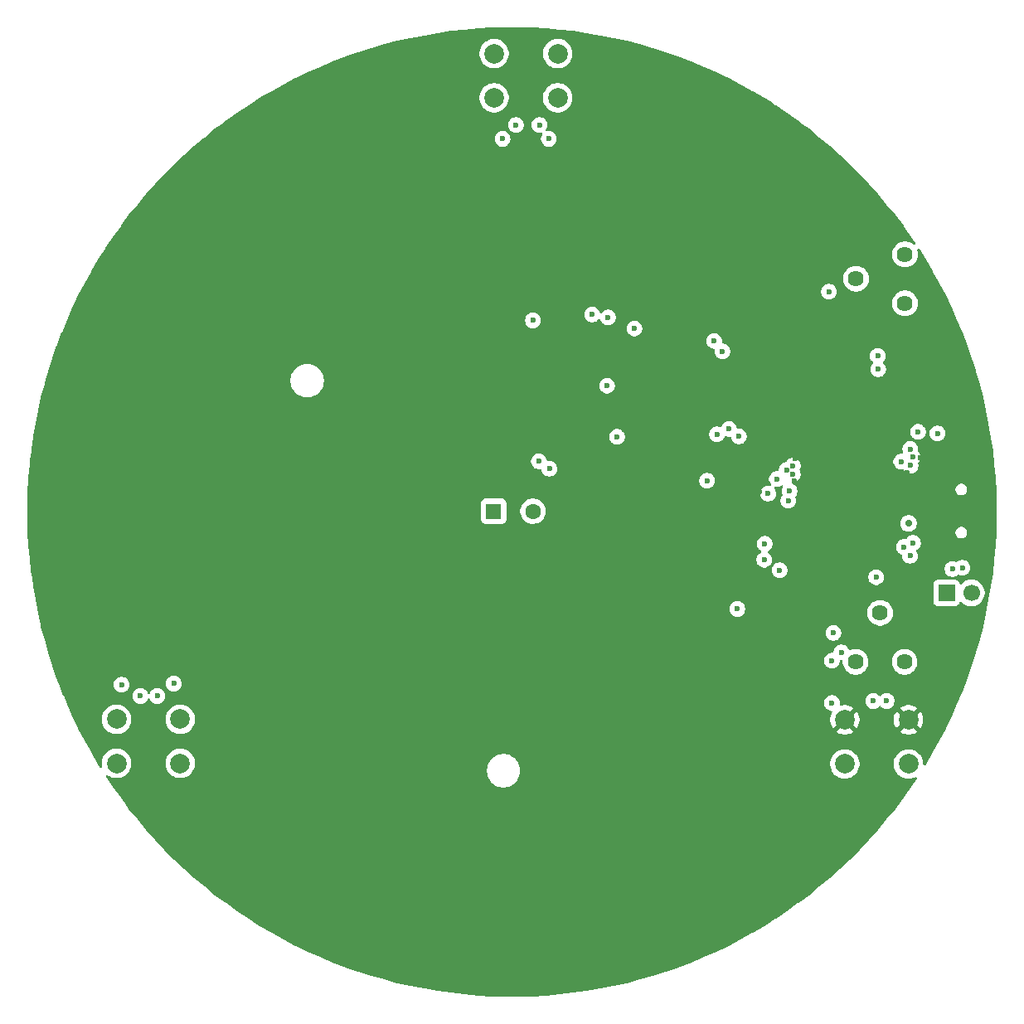
<source format=gbr>
%TF.GenerationSoftware,KiCad,Pcbnew,9.0.1*%
%TF.CreationDate,2025-07-27T01:52:17-03:00*%
%TF.ProjectId,board,626f6172-642e-46b6-9963-61645f706362,rev?*%
%TF.SameCoordinates,Original*%
%TF.FileFunction,Copper,L2,Inr*%
%TF.FilePolarity,Positive*%
%FSLAX46Y46*%
G04 Gerber Fmt 4.6, Leading zero omitted, Abs format (unit mm)*
G04 Created by KiCad (PCBNEW 9.0.1) date 2025-07-27 01:52:17*
%MOMM*%
%LPD*%
G01*
G04 APERTURE LIST*
%TA.AperFunction,ComponentPad*%
%ADD10C,1.620000*%
%TD*%
%TA.AperFunction,ComponentPad*%
%ADD11R,1.700000X1.700000*%
%TD*%
%TA.AperFunction,ComponentPad*%
%ADD12C,1.700000*%
%TD*%
%TA.AperFunction,ComponentPad*%
%ADD13R,1.600000X1.600000*%
%TD*%
%TA.AperFunction,ComponentPad*%
%ADD14C,1.600000*%
%TD*%
%TA.AperFunction,ComponentPad*%
%ADD15C,2.000000*%
%TD*%
%TA.AperFunction,ViaPad*%
%ADD16C,0.600000*%
%TD*%
%TA.AperFunction,ViaPad*%
%ADD17C,0.700000*%
%TD*%
G04 APERTURE END LIST*
D10*
%TO.N,5V*%
%TO.C,RV1*%
X110993000Y-42271000D03*
X105993000Y-44771000D03*
%TO.N,Net-(U2-DIS)*%
X110993000Y-47271000D03*
%TD*%
D11*
%TO.N,Net-(J1-Pin_1)*%
%TO.C,J1*%
X115234400Y-76835400D03*
D12*
%TO.N,Net-(J1-Pin_2)*%
X117774400Y-76835400D03*
%TD*%
D13*
%TO.N,5V*%
%TO.C,BZ1*%
X69000000Y-68500000D03*
D14*
%TO.N,Net-(BZ1--)*%
X73000000Y-68500000D03*
%TD*%
D15*
%TO.N,5V*%
%TO.C,SW1*%
X69038400Y-21778400D03*
X75538400Y-21778400D03*
%TO.N,Net-(SW1-B)*%
X69038400Y-26278400D03*
X75538400Y-26278400D03*
%TD*%
%TO.N,RESET*%
%TO.C,SW4*%
X111352400Y-94299600D03*
X104852400Y-94299600D03*
%TO.N,GND*%
X111352400Y-89799600D03*
X104852400Y-89799600D03*
%TD*%
D10*
%TO.N,5V*%
%TO.C,RV2*%
X110953000Y-83881600D03*
X108453000Y-78881600D03*
%TO.N,Net-(U5-DIS)*%
X105953000Y-83881600D03*
%TD*%
D15*
%TO.N,5V*%
%TO.C,SW2*%
X30481200Y-89748800D03*
X36981200Y-89748800D03*
%TO.N,Net-(SW1-B)*%
X30481200Y-94248800D03*
X36981200Y-94248800D03*
%TD*%
D16*
%TO.N,Net-(BZ1--)*%
X97020000Y-66710000D03*
%TO.N,GND*%
X112594649Y-63019698D03*
%TO.N,DT+*%
X99532778Y-63856419D03*
%TO.N,Net-(SW1-B)*%
X114300000Y-60553600D03*
X69900800Y-30480000D03*
X74625200Y-30480000D03*
X32918400Y-87376000D03*
X34645600Y-87376000D03*
%TO.N,5V*%
X36322000Y-86106000D03*
X96621600Y-73456800D03*
X108204000Y-52628800D03*
X110871000Y-72161400D03*
X98910006Y-64274341D03*
X99070000Y-67410000D03*
X103682800Y-80924400D03*
X110605393Y-63434607D03*
X73609200Y-63398400D03*
X94030800Y-60858400D03*
X108254800Y-54000400D03*
D17*
X111353600Y-69748400D03*
D16*
X30988000Y-86207600D03*
X96672400Y-71831200D03*
X71272400Y-29057600D03*
X79044800Y-48412400D03*
X81584800Y-60909200D03*
X80670400Y-48717200D03*
X108051600Y-75234800D03*
X93014800Y-60096400D03*
X91795600Y-60655200D03*
X83362800Y-49834800D03*
X73660000Y-29057600D03*
X103530400Y-88087200D03*
X111514254Y-62151436D03*
X103225600Y-46075600D03*
%TO.N,GND*%
X93878400Y-65328800D03*
D17*
X112442800Y-66520000D03*
D16*
X86004400Y-60909200D03*
X96672400Y-67767200D03*
X108254800Y-59842400D03*
X108458000Y-51409600D03*
X100380800Y-72136000D03*
X101396800Y-49072800D03*
X74523600Y-48412400D03*
X100126800Y-71526400D03*
X87274400Y-60350400D03*
X100448520Y-66458480D03*
X110439200Y-87376000D03*
X96164400Y-66497200D03*
X91338400Y-77470000D03*
X96520000Y-74777600D03*
X111224999Y-64565223D03*
X113588800Y-48209200D03*
X100430000Y-69320000D03*
X94132400Y-48412400D03*
X98755200Y-60858400D03*
X110794800Y-68834000D03*
X99756734Y-63140635D03*
X105968800Y-87325200D03*
X113030000Y-75234800D03*
X73507600Y-60248800D03*
X99724449Y-65443502D03*
X108254800Y-58013600D03*
X87884000Y-56337200D03*
X99314000Y-71475600D03*
%TO.N,CLOCK*%
X112318800Y-60401200D03*
X91490800Y-51104800D03*
%TO.N,Net-(U5-DIS)*%
X93878400Y-78486000D03*
X104495600Y-82905600D03*
%TO.N,ALARM*%
X72999600Y-49022000D03*
X90779600Y-65379600D03*
X99216092Y-66458465D03*
%TO.N,DT+*%
X111761207Y-62964075D03*
%TO.N,Net-(J1-Pin_2)*%
X111810800Y-71729600D03*
X116840000Y-74269600D03*
%TO.N,DT-*%
X111575000Y-63840000D03*
X99532778Y-64706419D03*
%TO.N,Net-(J1-Pin_1)*%
X111506000Y-73050400D03*
X115849400Y-74396600D03*
%TO.N,Net-(BZ1--)*%
X74676000Y-64160400D03*
%TO.N,RESET*%
X80568800Y-55676800D03*
X109118400Y-87884000D03*
X98196400Y-74523600D03*
X97907000Y-65213000D03*
X107746800Y-87884000D03*
X103530400Y-83769200D03*
X92354400Y-52171600D03*
%TD*%
%TA.AperFunction,Conductor*%
%TO.N,GND*%
G36*
X71561952Y-19085417D02*
G01*
X72946386Y-19124260D01*
X72949735Y-19124401D01*
X74332583Y-19202060D01*
X74336036Y-19202303D01*
X75716124Y-19318712D01*
X75719470Y-19319042D01*
X77059980Y-19470080D01*
X77095760Y-19474112D01*
X77099213Y-19474550D01*
X78470545Y-19668150D01*
X78473935Y-19668677D01*
X79839367Y-19900673D01*
X79842768Y-19901301D01*
X81201101Y-20171490D01*
X81204440Y-20172203D01*
X82149178Y-20387833D01*
X82554689Y-20480388D01*
X82558063Y-20481207D01*
X83899165Y-20827149D01*
X83902411Y-20828035D01*
X85233349Y-21211472D01*
X85236558Y-21212445D01*
X86556146Y-21633035D01*
X86559377Y-21634115D01*
X87866664Y-22091555D01*
X87869928Y-22092749D01*
X89106655Y-22564833D01*
X89163789Y-22586642D01*
X89167021Y-22587928D01*
X90446537Y-23117921D01*
X90449731Y-23119297D01*
X90560735Y-23168968D01*
X91713879Y-23684966D01*
X91717003Y-23686417D01*
X92389320Y-24010188D01*
X92964812Y-24287330D01*
X92967924Y-24288883D01*
X94198385Y-24924554D01*
X94201379Y-24926153D01*
X95136829Y-25443159D01*
X95413556Y-25596101D01*
X95416576Y-25597826D01*
X96609427Y-26301471D01*
X96612398Y-26303280D01*
X97198732Y-26671697D01*
X97695579Y-26983887D01*
X97785066Y-27040115D01*
X97787975Y-27042000D01*
X98939523Y-27811441D01*
X98942343Y-27813383D01*
X100071920Y-28614859D01*
X100074668Y-28616869D01*
X100555534Y-28978758D01*
X101181241Y-29449651D01*
X101183991Y-29451781D01*
X102266790Y-30315285D01*
X102269478Y-30317491D01*
X103327613Y-31211006D01*
X103330239Y-31213287D01*
X104362909Y-32136136D01*
X104365470Y-32138490D01*
X105371866Y-33089954D01*
X105374359Y-33092379D01*
X106353620Y-34071640D01*
X106356045Y-34074133D01*
X107307509Y-35080529D01*
X107309863Y-35083090D01*
X108232712Y-36115760D01*
X108234993Y-36118386D01*
X109128508Y-37176521D01*
X109130714Y-37179209D01*
X109994218Y-38262008D01*
X109996348Y-38264758D01*
X110829108Y-39371301D01*
X110831161Y-39374109D01*
X111632601Y-40503634D01*
X111634573Y-40506498D01*
X112048169Y-41125488D01*
X112069047Y-41192166D01*
X112050562Y-41259546D01*
X111998584Y-41306236D01*
X111929614Y-41317412D01*
X111865550Y-41289526D01*
X111857386Y-41282060D01*
X111846734Y-41271408D01*
X111679852Y-41150160D01*
X111496054Y-41056510D01*
X111299879Y-40992769D01*
X111147073Y-40968567D01*
X111096139Y-40960500D01*
X110889861Y-40960500D01*
X110821948Y-40971256D01*
X110686122Y-40992769D01*
X110686119Y-40992769D01*
X110489945Y-41056510D01*
X110306147Y-41150160D01*
X110139265Y-41271408D01*
X109993408Y-41417265D01*
X109872160Y-41584147D01*
X109778510Y-41767945D01*
X109714769Y-41964119D01*
X109714769Y-41964122D01*
X109682500Y-42167861D01*
X109682500Y-42374138D01*
X109714769Y-42577877D01*
X109714769Y-42577880D01*
X109778510Y-42774054D01*
X109778512Y-42774057D01*
X109872160Y-42957852D01*
X109993407Y-43124733D01*
X110139267Y-43270593D01*
X110306148Y-43391840D01*
X110440901Y-43460500D01*
X110489945Y-43485489D01*
X110686120Y-43549230D01*
X110686121Y-43549230D01*
X110686124Y-43549231D01*
X110889861Y-43581500D01*
X110889862Y-43581500D01*
X111096138Y-43581500D01*
X111096139Y-43581500D01*
X111299876Y-43549231D01*
X111299879Y-43549230D01*
X111299880Y-43549230D01*
X111496054Y-43485489D01*
X111496054Y-43485488D01*
X111496057Y-43485488D01*
X111679852Y-43391840D01*
X111846733Y-43270593D01*
X111992593Y-43124733D01*
X112113840Y-42957852D01*
X112207488Y-42774057D01*
X112271231Y-42577876D01*
X112303500Y-42374139D01*
X112303500Y-42167861D01*
X112271231Y-41964124D01*
X112271230Y-41964122D01*
X112255899Y-41916937D01*
X112231924Y-41843152D01*
X112229930Y-41773313D01*
X112266010Y-41713480D01*
X112328711Y-41682651D01*
X112398125Y-41690615D01*
X112452214Y-41734843D01*
X112454850Y-41738863D01*
X113142719Y-42833601D01*
X113144528Y-42836572D01*
X113848173Y-44029423D01*
X113849898Y-44032443D01*
X114088479Y-44464122D01*
X114427689Y-45077876D01*
X114519826Y-45244584D01*
X114521459Y-45247640D01*
X114535645Y-45275100D01*
X115157116Y-46478075D01*
X115158669Y-46481187D01*
X115759575Y-47728981D01*
X115761040Y-47732136D01*
X116326702Y-48996268D01*
X116328078Y-48999462D01*
X116858071Y-50278978D01*
X116859357Y-50282210D01*
X117353249Y-51576069D01*
X117354444Y-51579335D01*
X117811873Y-52886589D01*
X117812975Y-52889888D01*
X117892403Y-53139092D01*
X118192056Y-54079244D01*
X118233535Y-54209381D01*
X118234541Y-54212695D01*
X118617949Y-55543533D01*
X118618865Y-55546889D01*
X118964790Y-56887931D01*
X118965611Y-56891310D01*
X119273789Y-58241528D01*
X119274515Y-58244930D01*
X119544696Y-59603222D01*
X119545327Y-59606642D01*
X119777318Y-60972041D01*
X119777852Y-60975478D01*
X119971449Y-62346789D01*
X119971887Y-62350239D01*
X120126951Y-63726471D01*
X120127292Y-63729933D01*
X120243695Y-65109955D01*
X120243939Y-65113424D01*
X120321595Y-66496202D01*
X120321741Y-66499677D01*
X120360583Y-67884047D01*
X120360632Y-67887525D01*
X120360632Y-69272474D01*
X120360583Y-69275952D01*
X120321741Y-70660322D01*
X120321595Y-70663797D01*
X120243939Y-72046575D01*
X120243695Y-72050044D01*
X120127292Y-73430066D01*
X120126951Y-73433528D01*
X119971887Y-74809760D01*
X119971449Y-74813210D01*
X119777852Y-76184521D01*
X119777318Y-76187958D01*
X119545327Y-77553357D01*
X119544696Y-77556777D01*
X119274515Y-78915069D01*
X119273789Y-78918471D01*
X118965611Y-80268689D01*
X118964790Y-80272068D01*
X118618865Y-81613110D01*
X118617949Y-81616466D01*
X118234545Y-82947290D01*
X118233535Y-82950618D01*
X117812975Y-84270111D01*
X117811873Y-84273410D01*
X117354444Y-85580664D01*
X117353249Y-85583930D01*
X116859357Y-86877789D01*
X116858071Y-86881021D01*
X116328078Y-88160537D01*
X116326702Y-88163731D01*
X115761040Y-89427863D01*
X115759575Y-89431018D01*
X115158669Y-90678812D01*
X115157116Y-90681924D01*
X114521465Y-91912348D01*
X114519826Y-91915415D01*
X113849898Y-93127556D01*
X113848173Y-93130576D01*
X113144528Y-94323427D01*
X113142719Y-94326397D01*
X113081894Y-94423201D01*
X113029560Y-94469493D01*
X112960507Y-94480142D01*
X112896658Y-94451767D01*
X112858286Y-94393377D01*
X112852900Y-94357230D01*
X112852900Y-94181502D01*
X112815953Y-93948231D01*
X112742966Y-93723603D01*
X112635742Y-93513166D01*
X112605539Y-93471595D01*
X112496917Y-93322090D01*
X112329910Y-93155083D01*
X112138833Y-93016257D01*
X111928396Y-92909033D01*
X111703768Y-92836046D01*
X111470497Y-92799100D01*
X111470492Y-92799100D01*
X111234308Y-92799100D01*
X111234303Y-92799100D01*
X111001031Y-92836046D01*
X110776403Y-92909033D01*
X110565966Y-93016257D01*
X110456950Y-93095462D01*
X110374890Y-93155083D01*
X110374888Y-93155085D01*
X110374887Y-93155085D01*
X110207885Y-93322087D01*
X110207885Y-93322088D01*
X110207883Y-93322090D01*
X110161239Y-93386290D01*
X110069057Y-93513166D01*
X109961833Y-93723603D01*
X109888846Y-93948231D01*
X109851900Y-94181502D01*
X109851900Y-94417697D01*
X109888846Y-94650968D01*
X109961833Y-94875596D01*
X110043173Y-95035233D01*
X110069057Y-95086033D01*
X110207883Y-95277110D01*
X110374890Y-95444117D01*
X110565967Y-95582943D01*
X110638845Y-95620076D01*
X110776403Y-95690166D01*
X110776405Y-95690166D01*
X110776408Y-95690168D01*
X110896812Y-95729289D01*
X111001031Y-95763153D01*
X111234303Y-95800100D01*
X111234308Y-95800100D01*
X111470497Y-95800100D01*
X111703768Y-95763153D01*
X111732781Y-95753726D01*
X111928392Y-95690168D01*
X112035448Y-95635619D01*
X112104117Y-95622724D01*
X112168858Y-95649000D01*
X112209115Y-95706106D01*
X112212107Y-95775912D01*
X112194845Y-95814996D01*
X111634573Y-96653501D01*
X111632601Y-96656365D01*
X110831161Y-97785890D01*
X110829108Y-97788698D01*
X109996348Y-98895241D01*
X109994218Y-98897991D01*
X109130714Y-99980790D01*
X109128508Y-99983478D01*
X108234993Y-101041613D01*
X108232712Y-101044239D01*
X107309863Y-102076909D01*
X107307509Y-102079470D01*
X106356045Y-103085866D01*
X106353620Y-103088359D01*
X105374359Y-104067620D01*
X105371866Y-104070045D01*
X104365470Y-105021509D01*
X104362909Y-105023863D01*
X103330239Y-105946712D01*
X103327613Y-105948993D01*
X102269478Y-106842508D01*
X102266790Y-106844714D01*
X101183991Y-107708218D01*
X101181241Y-107710348D01*
X100074698Y-108543108D01*
X100071890Y-108545161D01*
X98942365Y-109346601D01*
X98939501Y-109348573D01*
X97787985Y-110117992D01*
X97785066Y-110119884D01*
X96612398Y-110856719D01*
X96609427Y-110858528D01*
X95416576Y-111562173D01*
X95413556Y-111563898D01*
X94201415Y-112233826D01*
X94198348Y-112235465D01*
X92967924Y-112871116D01*
X92964812Y-112872669D01*
X91717018Y-113473575D01*
X91713863Y-113475040D01*
X90449731Y-114040702D01*
X90446537Y-114042078D01*
X89167021Y-114572071D01*
X89163789Y-114573357D01*
X87869930Y-115067249D01*
X87866664Y-115068444D01*
X86559410Y-115525873D01*
X86556111Y-115526975D01*
X85236618Y-115947535D01*
X85233290Y-115948545D01*
X83902466Y-116331949D01*
X83899110Y-116332865D01*
X82558068Y-116678790D01*
X82554689Y-116679611D01*
X81204471Y-116987789D01*
X81201069Y-116988515D01*
X79842777Y-117258696D01*
X79839357Y-117259327D01*
X78473958Y-117491318D01*
X78470521Y-117491852D01*
X77099210Y-117685449D01*
X77095760Y-117685887D01*
X75719528Y-117840951D01*
X75716066Y-117841292D01*
X74336044Y-117957695D01*
X74332575Y-117957939D01*
X72949797Y-118035595D01*
X72946322Y-118035741D01*
X71561952Y-118074583D01*
X71558474Y-118074632D01*
X70173526Y-118074632D01*
X70170048Y-118074583D01*
X68785677Y-118035741D01*
X68782202Y-118035595D01*
X67399424Y-117957939D01*
X67395955Y-117957695D01*
X66015933Y-117841292D01*
X66012471Y-117840951D01*
X64636239Y-117685887D01*
X64632789Y-117685449D01*
X63261478Y-117491852D01*
X63258041Y-117491318D01*
X61892642Y-117259327D01*
X61889222Y-117258696D01*
X60530930Y-116988515D01*
X60527528Y-116987789D01*
X59177310Y-116679611D01*
X59173931Y-116678790D01*
X57832889Y-116332865D01*
X57829533Y-116331949D01*
X56498695Y-115948541D01*
X56495396Y-115947539D01*
X55175888Y-115526975D01*
X55172589Y-115525873D01*
X53865335Y-115068444D01*
X53862069Y-115067249D01*
X52568210Y-114573357D01*
X52564978Y-114572071D01*
X51285462Y-114042078D01*
X51282268Y-114040702D01*
X50018136Y-113475040D01*
X50014981Y-113473575D01*
X48767187Y-112872669D01*
X48764075Y-112871116D01*
X47533651Y-112235465D01*
X47530584Y-112233826D01*
X46318443Y-111563898D01*
X46315423Y-111562173D01*
X45122572Y-110858528D01*
X45119601Y-110856719D01*
X43946933Y-110119884D01*
X43944014Y-110117992D01*
X42792498Y-109348573D01*
X42789634Y-109346601D01*
X41660092Y-108545148D01*
X41657318Y-108543120D01*
X41235272Y-108225498D01*
X40550758Y-107710348D01*
X40548008Y-107708218D01*
X39465209Y-106844714D01*
X39462521Y-106842508D01*
X38404386Y-105948993D01*
X38401760Y-105946712D01*
X37369090Y-105023863D01*
X37366529Y-105021509D01*
X36360133Y-104070045D01*
X36357640Y-104067620D01*
X35378379Y-103088359D01*
X35375954Y-103085866D01*
X34424490Y-102079470D01*
X34422136Y-102076909D01*
X33499287Y-101044239D01*
X33497006Y-101041613D01*
X32603491Y-99983478D01*
X32601285Y-99980790D01*
X31737781Y-98897991D01*
X31735651Y-98895241D01*
X31348541Y-98380863D01*
X30902869Y-97788668D01*
X30900859Y-97785920D01*
X30099383Y-96656343D01*
X30097426Y-96653501D01*
X30070838Y-96613710D01*
X29406912Y-95620075D01*
X29386035Y-95553398D01*
X29404520Y-95486018D01*
X29456498Y-95439328D01*
X29525468Y-95428152D01*
X29582899Y-95450866D01*
X29694767Y-95532143D01*
X29794191Y-95582802D01*
X29905203Y-95639366D01*
X29905205Y-95639366D01*
X29905208Y-95639368D01*
X30025612Y-95678489D01*
X30129831Y-95712353D01*
X30363103Y-95749300D01*
X30363108Y-95749300D01*
X30599297Y-95749300D01*
X30832568Y-95712353D01*
X30900852Y-95690166D01*
X31057192Y-95639368D01*
X31267633Y-95532143D01*
X31458710Y-95393317D01*
X31625717Y-95226310D01*
X31764543Y-95035233D01*
X31871768Y-94824792D01*
X31944753Y-94600168D01*
X31981700Y-94366897D01*
X31981700Y-94130702D01*
X35480700Y-94130702D01*
X35480700Y-94366897D01*
X35517646Y-94600168D01*
X35590633Y-94824796D01*
X35697857Y-95035233D01*
X35836683Y-95226310D01*
X36003690Y-95393317D01*
X36194767Y-95532143D01*
X36294191Y-95582802D01*
X36405203Y-95639366D01*
X36405205Y-95639366D01*
X36405208Y-95639368D01*
X36525612Y-95678489D01*
X36629831Y-95712353D01*
X36863103Y-95749300D01*
X36863108Y-95749300D01*
X37099297Y-95749300D01*
X37332568Y-95712353D01*
X37400852Y-95690166D01*
X37557192Y-95639368D01*
X37767633Y-95532143D01*
X37958710Y-95393317D01*
X38125717Y-95226310D01*
X38264543Y-95035233D01*
X38339282Y-94888549D01*
X68299500Y-94888549D01*
X68299500Y-95111450D01*
X68299501Y-95111466D01*
X68328594Y-95332452D01*
X68328595Y-95332457D01*
X68328596Y-95332463D01*
X68360322Y-95450867D01*
X68386290Y-95547780D01*
X68386293Y-95547790D01*
X68471593Y-95753722D01*
X68471595Y-95753726D01*
X68583052Y-95946774D01*
X68583057Y-95946780D01*
X68583058Y-95946782D01*
X68718751Y-96123622D01*
X68718757Y-96123629D01*
X68876370Y-96281242D01*
X68876376Y-96281247D01*
X69053226Y-96416948D01*
X69246274Y-96528405D01*
X69452219Y-96613710D01*
X69667537Y-96671404D01*
X69888543Y-96700500D01*
X69888550Y-96700500D01*
X70111450Y-96700500D01*
X70111457Y-96700500D01*
X70332463Y-96671404D01*
X70547781Y-96613710D01*
X70753726Y-96528405D01*
X70946774Y-96416948D01*
X71123624Y-96281247D01*
X71281247Y-96123624D01*
X71416948Y-95946774D01*
X71528405Y-95753726D01*
X71613710Y-95547781D01*
X71671404Y-95332463D01*
X71700500Y-95111457D01*
X71700500Y-94888543D01*
X71671404Y-94667537D01*
X71613710Y-94452219D01*
X71599408Y-94417692D01*
X71528406Y-94246277D01*
X71528403Y-94246270D01*
X71523995Y-94238635D01*
X71491009Y-94181502D01*
X103351900Y-94181502D01*
X103351900Y-94417697D01*
X103388846Y-94650968D01*
X103461833Y-94875596D01*
X103543173Y-95035233D01*
X103569057Y-95086033D01*
X103707883Y-95277110D01*
X103874890Y-95444117D01*
X104065967Y-95582943D01*
X104138845Y-95620076D01*
X104276403Y-95690166D01*
X104276405Y-95690166D01*
X104276408Y-95690168D01*
X104396812Y-95729289D01*
X104501031Y-95763153D01*
X104734303Y-95800100D01*
X104734308Y-95800100D01*
X104970497Y-95800100D01*
X105203768Y-95763153D01*
X105232781Y-95753726D01*
X105428392Y-95690168D01*
X105638833Y-95582943D01*
X105829910Y-95444117D01*
X105996917Y-95277110D01*
X106135743Y-95086033D01*
X106242968Y-94875592D01*
X106315953Y-94650968D01*
X106323999Y-94600168D01*
X106352900Y-94417697D01*
X106352900Y-94181502D01*
X106315953Y-93948231D01*
X106242966Y-93723603D01*
X106135742Y-93513166D01*
X106105539Y-93471595D01*
X105996917Y-93322090D01*
X105829910Y-93155083D01*
X105638833Y-93016257D01*
X105428396Y-92909033D01*
X105203768Y-92836046D01*
X104970497Y-92799100D01*
X104970492Y-92799100D01*
X104734308Y-92799100D01*
X104734303Y-92799100D01*
X104501031Y-92836046D01*
X104276403Y-92909033D01*
X104065966Y-93016257D01*
X103956950Y-93095462D01*
X103874890Y-93155083D01*
X103874888Y-93155085D01*
X103874887Y-93155085D01*
X103707885Y-93322087D01*
X103707885Y-93322088D01*
X103707883Y-93322090D01*
X103661239Y-93386290D01*
X103569057Y-93513166D01*
X103461833Y-93723603D01*
X103388846Y-93948231D01*
X103351900Y-94181502D01*
X71491009Y-94181502D01*
X71416948Y-94053226D01*
X71281247Y-93876376D01*
X71281242Y-93876370D01*
X71123629Y-93718757D01*
X71123622Y-93718751D01*
X70946782Y-93583058D01*
X70946780Y-93583057D01*
X70946774Y-93583052D01*
X70753726Y-93471595D01*
X70753722Y-93471593D01*
X70547790Y-93386293D01*
X70547783Y-93386291D01*
X70547781Y-93386290D01*
X70332463Y-93328596D01*
X70332457Y-93328595D01*
X70332452Y-93328594D01*
X70111466Y-93299501D01*
X70111463Y-93299500D01*
X70111457Y-93299500D01*
X69888543Y-93299500D01*
X69888537Y-93299500D01*
X69888533Y-93299501D01*
X69667547Y-93328594D01*
X69667540Y-93328595D01*
X69667537Y-93328596D01*
X69452219Y-93386290D01*
X69452209Y-93386293D01*
X69246277Y-93471593D01*
X69246273Y-93471595D01*
X69053226Y-93583052D01*
X69053217Y-93583058D01*
X68876377Y-93718751D01*
X68876370Y-93718757D01*
X68718757Y-93876370D01*
X68718751Y-93876377D01*
X68583058Y-94053217D01*
X68583052Y-94053226D01*
X68471595Y-94246273D01*
X68471593Y-94246277D01*
X68386293Y-94452209D01*
X68386290Y-94452219D01*
X68346648Y-94600168D01*
X68328597Y-94667534D01*
X68328594Y-94667547D01*
X68299501Y-94888533D01*
X68299500Y-94888549D01*
X38339282Y-94888549D01*
X38371768Y-94824792D01*
X38444753Y-94600168D01*
X38481700Y-94366897D01*
X38481700Y-94130702D01*
X38444753Y-93897431D01*
X38371766Y-93672803D01*
X38290426Y-93513166D01*
X38264543Y-93462367D01*
X38125717Y-93271290D01*
X37958710Y-93104283D01*
X37767633Y-92965457D01*
X37557196Y-92858233D01*
X37332568Y-92785246D01*
X37099297Y-92748300D01*
X37099292Y-92748300D01*
X36863108Y-92748300D01*
X36863103Y-92748300D01*
X36629831Y-92785246D01*
X36405203Y-92858233D01*
X36194766Y-92965457D01*
X36124847Y-93016257D01*
X36003690Y-93104283D01*
X36003688Y-93104285D01*
X36003687Y-93104285D01*
X35836685Y-93271287D01*
X35836685Y-93271288D01*
X35836683Y-93271290D01*
X35799777Y-93322087D01*
X35697857Y-93462366D01*
X35590633Y-93672803D01*
X35517646Y-93897431D01*
X35480700Y-94130702D01*
X31981700Y-94130702D01*
X31944753Y-93897431D01*
X31871766Y-93672803D01*
X31790426Y-93513166D01*
X31764543Y-93462367D01*
X31625717Y-93271290D01*
X31458710Y-93104283D01*
X31267633Y-92965457D01*
X31057196Y-92858233D01*
X30832568Y-92785246D01*
X30599297Y-92748300D01*
X30599292Y-92748300D01*
X30363108Y-92748300D01*
X30363103Y-92748300D01*
X30129831Y-92785246D01*
X29905203Y-92858233D01*
X29694766Y-92965457D01*
X29624847Y-93016257D01*
X29503690Y-93104283D01*
X29503688Y-93104285D01*
X29503687Y-93104285D01*
X29336685Y-93271287D01*
X29336685Y-93271288D01*
X29336683Y-93271290D01*
X29299777Y-93322087D01*
X29197857Y-93462366D01*
X29090633Y-93672803D01*
X29017646Y-93897431D01*
X28980700Y-94130702D01*
X28980700Y-94366897D01*
X29009301Y-94547477D01*
X29000346Y-94616771D01*
X28955350Y-94670223D01*
X28888599Y-94690862D01*
X28821285Y-94672137D01*
X28781834Y-94632847D01*
X28761300Y-94600168D01*
X28646644Y-94417692D01*
X28589280Y-94326398D01*
X28587471Y-94323427D01*
X27883826Y-93130576D01*
X27882101Y-93127556D01*
X27792512Y-92965457D01*
X27212153Y-91915379D01*
X27210554Y-91912385D01*
X26574883Y-90681924D01*
X26573330Y-90678812D01*
X26149923Y-89799599D01*
X26068587Y-89630702D01*
X28980700Y-89630702D01*
X28980700Y-89866897D01*
X29017646Y-90100168D01*
X29090633Y-90324796D01*
X29197857Y-90535233D01*
X29336683Y-90726310D01*
X29503690Y-90893317D01*
X29694767Y-91032143D01*
X29793626Y-91082514D01*
X29905203Y-91139366D01*
X29905205Y-91139366D01*
X29905208Y-91139368D01*
X30025612Y-91178489D01*
X30129831Y-91212353D01*
X30363103Y-91249300D01*
X30363108Y-91249300D01*
X30599297Y-91249300D01*
X30832568Y-91212353D01*
X30902280Y-91189702D01*
X31057192Y-91139368D01*
X31267633Y-91032143D01*
X31458710Y-90893317D01*
X31625717Y-90726310D01*
X31764543Y-90535233D01*
X31871768Y-90324792D01*
X31944753Y-90100168D01*
X31981700Y-89866897D01*
X31981700Y-89630702D01*
X35480700Y-89630702D01*
X35480700Y-89866897D01*
X35517646Y-90100168D01*
X35590633Y-90324796D01*
X35697857Y-90535233D01*
X35836683Y-90726310D01*
X36003690Y-90893317D01*
X36194767Y-91032143D01*
X36293626Y-91082514D01*
X36405203Y-91139366D01*
X36405205Y-91139366D01*
X36405208Y-91139368D01*
X36525612Y-91178489D01*
X36629831Y-91212353D01*
X36863103Y-91249300D01*
X36863108Y-91249300D01*
X37099297Y-91249300D01*
X37332568Y-91212353D01*
X37402280Y-91189702D01*
X37557192Y-91139368D01*
X37767633Y-91032143D01*
X37958710Y-90893317D01*
X38125717Y-90726310D01*
X38264543Y-90535233D01*
X38371768Y-90324792D01*
X38444753Y-90100168D01*
X38481700Y-89866897D01*
X38481700Y-89630702D01*
X38444753Y-89397431D01*
X38371766Y-89172803D01*
X38264542Y-88962366D01*
X38125717Y-88771290D01*
X37958710Y-88604283D01*
X37767633Y-88465457D01*
X37557196Y-88358233D01*
X37332568Y-88285246D01*
X37099297Y-88248300D01*
X37099292Y-88248300D01*
X36863108Y-88248300D01*
X36863103Y-88248300D01*
X36629831Y-88285246D01*
X36405203Y-88358233D01*
X36194766Y-88465457D01*
X36085750Y-88544662D01*
X36003690Y-88604283D01*
X36003688Y-88604285D01*
X36003687Y-88604285D01*
X35836685Y-88771287D01*
X35836685Y-88771288D01*
X35836683Y-88771290D01*
X35777062Y-88853350D01*
X35697857Y-88962366D01*
X35590633Y-89172803D01*
X35517646Y-89397431D01*
X35480700Y-89630702D01*
X31981700Y-89630702D01*
X31944753Y-89397431D01*
X31871766Y-89172803D01*
X31764542Y-88962366D01*
X31625717Y-88771290D01*
X31458710Y-88604283D01*
X31267633Y-88465457D01*
X31057196Y-88358233D01*
X30832568Y-88285246D01*
X30599297Y-88248300D01*
X30599292Y-88248300D01*
X30363108Y-88248300D01*
X30363103Y-88248300D01*
X30129831Y-88285246D01*
X29905203Y-88358233D01*
X29694766Y-88465457D01*
X29585750Y-88544662D01*
X29503690Y-88604283D01*
X29503688Y-88604285D01*
X29503687Y-88604285D01*
X29336685Y-88771287D01*
X29336685Y-88771288D01*
X29336683Y-88771290D01*
X29277062Y-88853350D01*
X29197857Y-88962366D01*
X29090633Y-89172803D01*
X29017646Y-89397431D01*
X28980700Y-89630702D01*
X26068587Y-89630702D01*
X25972417Y-89431003D01*
X25970959Y-89427863D01*
X25879645Y-89223797D01*
X25540720Y-88466372D01*
X25405297Y-88163731D01*
X25403921Y-88160537D01*
X25063430Y-87338519D01*
X25046296Y-87297153D01*
X32117900Y-87297153D01*
X32117900Y-87454846D01*
X32148661Y-87609489D01*
X32148664Y-87609501D01*
X32209002Y-87755172D01*
X32209009Y-87755185D01*
X32296610Y-87886288D01*
X32296613Y-87886292D01*
X32408107Y-87997786D01*
X32408111Y-87997789D01*
X32539214Y-88085390D01*
X32539227Y-88085397D01*
X32684898Y-88145735D01*
X32684903Y-88145737D01*
X32787003Y-88166046D01*
X32839553Y-88176499D01*
X32839556Y-88176500D01*
X32839558Y-88176500D01*
X32997244Y-88176500D01*
X32997245Y-88176499D01*
X33151897Y-88145737D01*
X33297579Y-88085394D01*
X33428689Y-87997789D01*
X33540189Y-87886289D01*
X33627794Y-87755179D01*
X33667439Y-87659467D01*
X33711279Y-87605063D01*
X33777573Y-87582998D01*
X33845273Y-87600277D01*
X33892884Y-87651414D01*
X33896561Y-87659467D01*
X33936202Y-87755172D01*
X33936209Y-87755185D01*
X34023810Y-87886288D01*
X34023813Y-87886292D01*
X34135307Y-87997786D01*
X34135311Y-87997789D01*
X34266414Y-88085390D01*
X34266427Y-88085397D01*
X34412098Y-88145735D01*
X34412103Y-88145737D01*
X34514203Y-88166046D01*
X34566753Y-88176499D01*
X34566756Y-88176500D01*
X34566758Y-88176500D01*
X34724444Y-88176500D01*
X34724445Y-88176499D01*
X34879097Y-88145737D01*
X35024779Y-88085394D01*
X35140079Y-88008353D01*
X102729900Y-88008353D01*
X102729900Y-88166046D01*
X102760661Y-88320689D01*
X102760664Y-88320701D01*
X102821002Y-88466372D01*
X102821009Y-88466385D01*
X102908610Y-88597488D01*
X102908613Y-88597492D01*
X103020107Y-88708986D01*
X103020111Y-88708989D01*
X103151214Y-88796590D01*
X103151227Y-88796597D01*
X103296898Y-88856935D01*
X103296903Y-88856937D01*
X103451558Y-88887700D01*
X103456138Y-88888611D01*
X103518049Y-88920996D01*
X103552623Y-88981711D01*
X103548884Y-89051481D01*
X103542432Y-89066523D01*
X103462297Y-89223797D01*
X103389334Y-89448352D01*
X103352400Y-89681547D01*
X103352400Y-89917652D01*
X103389334Y-90150847D01*
X103462297Y-90375402D01*
X103569487Y-90585774D01*
X103629738Y-90668704D01*
X103629740Y-90668705D01*
X104328612Y-89969833D01*
X104339882Y-90011892D01*
X104412290Y-90137308D01*
X104514692Y-90239710D01*
X104640108Y-90312118D01*
X104682165Y-90323387D01*
X103983293Y-91022258D01*
X104066228Y-91082514D01*
X104276597Y-91189702D01*
X104501152Y-91262665D01*
X104501151Y-91262665D01*
X104734348Y-91299600D01*
X104970452Y-91299600D01*
X105203647Y-91262665D01*
X105428202Y-91189702D01*
X105638563Y-91082518D01*
X105638569Y-91082514D01*
X105721504Y-91022258D01*
X105721505Y-91022258D01*
X105022633Y-90323387D01*
X105064692Y-90312118D01*
X105190108Y-90239710D01*
X105292510Y-90137308D01*
X105364918Y-90011892D01*
X105376187Y-89969834D01*
X106075058Y-90668705D01*
X106075058Y-90668704D01*
X106135314Y-90585769D01*
X106135318Y-90585763D01*
X106242502Y-90375402D01*
X106315465Y-90150847D01*
X106352400Y-89917652D01*
X106352400Y-89681547D01*
X109852400Y-89681547D01*
X109852400Y-89917652D01*
X109889334Y-90150847D01*
X109962297Y-90375402D01*
X110069487Y-90585774D01*
X110129738Y-90668704D01*
X110129740Y-90668705D01*
X110828612Y-89969833D01*
X110839882Y-90011892D01*
X110912290Y-90137308D01*
X111014692Y-90239710D01*
X111140108Y-90312118D01*
X111182165Y-90323387D01*
X110483293Y-91022258D01*
X110566228Y-91082514D01*
X110776597Y-91189702D01*
X111001152Y-91262665D01*
X111001151Y-91262665D01*
X111234348Y-91299600D01*
X111470452Y-91299600D01*
X111703647Y-91262665D01*
X111928202Y-91189702D01*
X112138563Y-91082518D01*
X112138569Y-91082514D01*
X112221504Y-91022258D01*
X112221505Y-91022258D01*
X111522633Y-90323387D01*
X111564692Y-90312118D01*
X111690108Y-90239710D01*
X111792510Y-90137308D01*
X111864918Y-90011892D01*
X111876187Y-89969834D01*
X112575058Y-90668705D01*
X112575058Y-90668704D01*
X112635314Y-90585769D01*
X112635318Y-90585763D01*
X112742502Y-90375402D01*
X112815465Y-90150847D01*
X112852400Y-89917652D01*
X112852400Y-89681547D01*
X112815465Y-89448352D01*
X112742502Y-89223797D01*
X112635314Y-89013428D01*
X112575058Y-88930494D01*
X112575058Y-88930493D01*
X111876187Y-89629365D01*
X111864918Y-89587308D01*
X111792510Y-89461892D01*
X111690108Y-89359490D01*
X111564692Y-89287082D01*
X111522634Y-89275812D01*
X112221505Y-88576940D01*
X112221504Y-88576938D01*
X112138574Y-88516687D01*
X111928202Y-88409497D01*
X111703647Y-88336534D01*
X111703648Y-88336534D01*
X111470452Y-88299600D01*
X111234348Y-88299600D01*
X111001152Y-88336534D01*
X110776597Y-88409497D01*
X110566230Y-88516684D01*
X110483294Y-88576940D01*
X111182166Y-89275812D01*
X111140108Y-89287082D01*
X111014692Y-89359490D01*
X110912290Y-89461892D01*
X110839882Y-89587308D01*
X110828612Y-89629366D01*
X110129740Y-88930494D01*
X110069484Y-89013430D01*
X109962297Y-89223797D01*
X109889334Y-89448352D01*
X109852400Y-89681547D01*
X106352400Y-89681547D01*
X106315465Y-89448352D01*
X106242502Y-89223797D01*
X106135314Y-89013428D01*
X106075058Y-88930494D01*
X106075058Y-88930493D01*
X105376187Y-89629365D01*
X105364918Y-89587308D01*
X105292510Y-89461892D01*
X105190108Y-89359490D01*
X105064692Y-89287082D01*
X105022633Y-89275812D01*
X105721505Y-88576940D01*
X105721504Y-88576938D01*
X105638574Y-88516687D01*
X105428202Y-88409497D01*
X105203647Y-88336534D01*
X105203648Y-88336534D01*
X104970452Y-88299600D01*
X104734348Y-88299600D01*
X104501153Y-88336534D01*
X104484087Y-88342079D01*
X104414246Y-88344073D01*
X104354413Y-88307991D01*
X104323587Y-88245289D01*
X104324154Y-88199954D01*
X104330900Y-88166042D01*
X104330900Y-88008355D01*
X104330899Y-88008353D01*
X104306619Y-87886292D01*
X104300137Y-87853703D01*
X104280027Y-87805153D01*
X106946300Y-87805153D01*
X106946300Y-87962846D01*
X106977061Y-88117489D01*
X106977064Y-88117501D01*
X107037402Y-88263172D01*
X107037409Y-88263185D01*
X107125010Y-88394288D01*
X107125013Y-88394292D01*
X107236507Y-88505786D01*
X107236511Y-88505789D01*
X107367614Y-88593390D01*
X107367627Y-88593397D01*
X107513298Y-88653735D01*
X107513303Y-88653737D01*
X107667953Y-88684499D01*
X107667956Y-88684500D01*
X107667958Y-88684500D01*
X107825644Y-88684500D01*
X107825645Y-88684499D01*
X107980297Y-88653737D01*
X108099690Y-88604283D01*
X108125972Y-88593397D01*
X108125972Y-88593396D01*
X108125979Y-88593394D01*
X108257089Y-88505789D01*
X108297421Y-88465457D01*
X108344919Y-88417960D01*
X108406242Y-88384475D01*
X108475934Y-88389459D01*
X108520281Y-88417960D01*
X108608107Y-88505786D01*
X108608111Y-88505789D01*
X108739214Y-88593390D01*
X108739227Y-88593397D01*
X108884898Y-88653735D01*
X108884903Y-88653737D01*
X109039553Y-88684499D01*
X109039556Y-88684500D01*
X109039558Y-88684500D01*
X109197244Y-88684500D01*
X109197245Y-88684499D01*
X109351897Y-88653737D01*
X109471290Y-88604283D01*
X109497572Y-88593397D01*
X109497572Y-88593396D01*
X109497579Y-88593394D01*
X109628689Y-88505789D01*
X109740189Y-88394289D01*
X109827794Y-88263179D01*
X109888137Y-88117497D01*
X109918900Y-87962842D01*
X109918900Y-87805158D01*
X109918900Y-87805155D01*
X109918899Y-87805153D01*
X109899578Y-87708021D01*
X109888137Y-87650503D01*
X109860176Y-87582998D01*
X109827797Y-87504827D01*
X109827790Y-87504814D01*
X109740189Y-87373711D01*
X109740186Y-87373707D01*
X109628692Y-87262213D01*
X109628688Y-87262210D01*
X109497585Y-87174609D01*
X109497572Y-87174602D01*
X109351901Y-87114264D01*
X109351889Y-87114261D01*
X109197245Y-87083500D01*
X109197242Y-87083500D01*
X109039558Y-87083500D01*
X109039555Y-87083500D01*
X108884910Y-87114261D01*
X108884898Y-87114264D01*
X108739227Y-87174602D01*
X108739214Y-87174609D01*
X108608111Y-87262210D01*
X108608107Y-87262213D01*
X108520281Y-87350040D01*
X108458958Y-87383525D01*
X108389266Y-87378541D01*
X108344919Y-87350040D01*
X108257092Y-87262213D01*
X108257088Y-87262210D01*
X108125985Y-87174609D01*
X108125972Y-87174602D01*
X107980301Y-87114264D01*
X107980289Y-87114261D01*
X107825645Y-87083500D01*
X107825642Y-87083500D01*
X107667958Y-87083500D01*
X107667955Y-87083500D01*
X107513310Y-87114261D01*
X107513298Y-87114264D01*
X107367627Y-87174602D01*
X107367614Y-87174609D01*
X107236511Y-87262210D01*
X107236507Y-87262213D01*
X107125013Y-87373707D01*
X107125010Y-87373711D01*
X107037409Y-87504814D01*
X107037402Y-87504827D01*
X106977064Y-87650498D01*
X106977061Y-87650510D01*
X106946300Y-87805153D01*
X104280027Y-87805153D01*
X104259330Y-87755185D01*
X104239797Y-87708027D01*
X104239790Y-87708014D01*
X104152189Y-87576911D01*
X104152186Y-87576907D01*
X104040692Y-87465413D01*
X104040688Y-87465410D01*
X103909585Y-87377809D01*
X103909572Y-87377802D01*
X103763901Y-87317464D01*
X103763889Y-87317461D01*
X103609245Y-87286700D01*
X103609242Y-87286700D01*
X103451558Y-87286700D01*
X103451555Y-87286700D01*
X103296910Y-87317461D01*
X103296898Y-87317464D01*
X103151227Y-87377802D01*
X103151214Y-87377809D01*
X103020111Y-87465410D01*
X103020107Y-87465413D01*
X102908613Y-87576907D01*
X102908610Y-87576911D01*
X102821009Y-87708014D01*
X102821002Y-87708027D01*
X102760664Y-87853698D01*
X102760661Y-87853710D01*
X102729900Y-88008353D01*
X35140079Y-88008353D01*
X35155889Y-87997789D01*
X35190836Y-87962842D01*
X35239094Y-87914585D01*
X35267386Y-87886292D01*
X35267389Y-87886289D01*
X35354994Y-87755179D01*
X35415337Y-87609497D01*
X35446100Y-87454842D01*
X35446100Y-87297158D01*
X35446100Y-87297155D01*
X35446099Y-87297153D01*
X35439149Y-87262213D01*
X35415337Y-87142503D01*
X35397974Y-87100585D01*
X35354997Y-86996827D01*
X35354990Y-86996814D01*
X35267389Y-86865711D01*
X35267386Y-86865707D01*
X35155892Y-86754213D01*
X35155888Y-86754210D01*
X35024785Y-86666609D01*
X35024772Y-86666602D01*
X34879101Y-86606264D01*
X34879089Y-86606261D01*
X34724445Y-86575500D01*
X34724442Y-86575500D01*
X34566758Y-86575500D01*
X34566755Y-86575500D01*
X34412110Y-86606261D01*
X34412098Y-86606264D01*
X34266427Y-86666602D01*
X34266414Y-86666609D01*
X34135311Y-86754210D01*
X34135307Y-86754213D01*
X34023813Y-86865707D01*
X34023810Y-86865711D01*
X33936209Y-86996814D01*
X33936202Y-86996827D01*
X33896561Y-87092532D01*
X33852720Y-87146936D01*
X33786426Y-87169001D01*
X33718727Y-87151722D01*
X33671116Y-87100585D01*
X33667439Y-87092532D01*
X33627797Y-86996827D01*
X33627790Y-86996814D01*
X33540189Y-86865711D01*
X33540186Y-86865707D01*
X33428692Y-86754213D01*
X33428688Y-86754210D01*
X33297585Y-86666609D01*
X33297572Y-86666602D01*
X33151901Y-86606264D01*
X33151889Y-86606261D01*
X32997245Y-86575500D01*
X32997242Y-86575500D01*
X32839558Y-86575500D01*
X32839555Y-86575500D01*
X32684910Y-86606261D01*
X32684898Y-86606264D01*
X32539227Y-86666602D01*
X32539214Y-86666609D01*
X32408111Y-86754210D01*
X32408107Y-86754213D01*
X32296613Y-86865707D01*
X32296610Y-86865711D01*
X32209009Y-86996814D01*
X32209002Y-86996827D01*
X32148664Y-87142498D01*
X32148661Y-87142510D01*
X32117900Y-87297153D01*
X25046296Y-87297153D01*
X24873928Y-86881021D01*
X24872642Y-86877789D01*
X24848823Y-86815390D01*
X24586720Y-86128753D01*
X30187500Y-86128753D01*
X30187500Y-86286446D01*
X30218261Y-86441089D01*
X30218264Y-86441101D01*
X30278602Y-86586772D01*
X30278609Y-86586785D01*
X30366210Y-86717888D01*
X30366213Y-86717892D01*
X30477707Y-86829386D01*
X30477711Y-86829389D01*
X30608814Y-86916990D01*
X30608827Y-86916997D01*
X30754498Y-86977335D01*
X30754503Y-86977337D01*
X30909153Y-87008099D01*
X30909156Y-87008100D01*
X30909158Y-87008100D01*
X31066844Y-87008100D01*
X31066845Y-87008099D01*
X31221497Y-86977337D01*
X31367179Y-86916994D01*
X31498289Y-86829389D01*
X31609789Y-86717889D01*
X31697394Y-86586779D01*
X31757737Y-86441097D01*
X31788500Y-86286442D01*
X31788500Y-86128758D01*
X31788500Y-86128755D01*
X31771891Y-86045258D01*
X31771891Y-86045257D01*
X31768290Y-86027153D01*
X35521500Y-86027153D01*
X35521500Y-86184846D01*
X35552261Y-86339489D01*
X35552264Y-86339501D01*
X35612602Y-86485172D01*
X35612609Y-86485185D01*
X35700210Y-86616288D01*
X35700213Y-86616292D01*
X35811707Y-86727786D01*
X35811711Y-86727789D01*
X35942814Y-86815390D01*
X35942827Y-86815397D01*
X36064288Y-86865707D01*
X36088503Y-86875737D01*
X36243153Y-86906499D01*
X36243156Y-86906500D01*
X36243158Y-86906500D01*
X36400844Y-86906500D01*
X36400845Y-86906499D01*
X36555497Y-86875737D01*
X36701179Y-86815394D01*
X36832289Y-86727789D01*
X36943789Y-86616289D01*
X37031394Y-86485179D01*
X37091737Y-86339497D01*
X37122500Y-86184842D01*
X37122500Y-86027158D01*
X37122500Y-86027155D01*
X37122499Y-86027153D01*
X37111948Y-85974110D01*
X37091737Y-85872503D01*
X37073475Y-85828414D01*
X37031397Y-85726827D01*
X37031390Y-85726814D01*
X36943789Y-85595711D01*
X36943786Y-85595707D01*
X36832292Y-85484213D01*
X36832288Y-85484210D01*
X36701185Y-85396609D01*
X36701172Y-85396602D01*
X36555501Y-85336264D01*
X36555489Y-85336261D01*
X36400845Y-85305500D01*
X36400842Y-85305500D01*
X36243158Y-85305500D01*
X36243155Y-85305500D01*
X36088510Y-85336261D01*
X36088498Y-85336264D01*
X35942827Y-85396602D01*
X35942814Y-85396609D01*
X35811711Y-85484210D01*
X35811707Y-85484213D01*
X35700213Y-85595707D01*
X35700210Y-85595711D01*
X35612609Y-85726814D01*
X35612602Y-85726827D01*
X35552264Y-85872498D01*
X35552261Y-85872510D01*
X35521500Y-86027153D01*
X31768290Y-86027153D01*
X31757738Y-85974110D01*
X31757737Y-85974103D01*
X31738568Y-85927824D01*
X31697397Y-85828427D01*
X31697390Y-85828414D01*
X31609789Y-85697311D01*
X31609786Y-85697307D01*
X31498292Y-85585813D01*
X31498288Y-85585810D01*
X31367185Y-85498209D01*
X31367172Y-85498202D01*
X31221501Y-85437864D01*
X31221489Y-85437861D01*
X31066845Y-85407100D01*
X31066842Y-85407100D01*
X30909158Y-85407100D01*
X30909155Y-85407100D01*
X30754510Y-85437861D01*
X30754498Y-85437864D01*
X30608827Y-85498202D01*
X30608814Y-85498209D01*
X30477711Y-85585810D01*
X30477707Y-85585813D01*
X30366213Y-85697307D01*
X30366210Y-85697311D01*
X30278609Y-85828414D01*
X30278602Y-85828427D01*
X30218264Y-85974098D01*
X30218261Y-85974110D01*
X30187500Y-86128753D01*
X24586720Y-86128753D01*
X24378749Y-85583928D01*
X24377555Y-85580664D01*
X24292035Y-85336263D01*
X23920115Y-84273377D01*
X23919035Y-84270146D01*
X23734239Y-83690353D01*
X102729900Y-83690353D01*
X102729900Y-83848046D01*
X102760661Y-84002689D01*
X102760664Y-84002701D01*
X102821002Y-84148372D01*
X102821009Y-84148385D01*
X102908610Y-84279488D01*
X102908613Y-84279492D01*
X103020107Y-84390986D01*
X103020111Y-84390989D01*
X103151214Y-84478590D01*
X103151227Y-84478597D01*
X103296898Y-84538935D01*
X103296903Y-84538937D01*
X103445284Y-84568452D01*
X103451553Y-84569699D01*
X103451556Y-84569700D01*
X103451558Y-84569700D01*
X103609244Y-84569700D01*
X103609245Y-84569699D01*
X103763897Y-84538937D01*
X103909579Y-84478594D01*
X104040689Y-84390989D01*
X104152189Y-84279489D01*
X104239794Y-84148379D01*
X104300137Y-84002697D01*
X104330900Y-83848042D01*
X104330900Y-83830100D01*
X104333450Y-83821414D01*
X104332162Y-83812453D01*
X104343140Y-83788412D01*
X104350585Y-83763061D01*
X104357425Y-83757133D01*
X104361187Y-83748897D01*
X104383421Y-83734607D01*
X104403389Y-83717306D01*
X104413903Y-83715018D01*
X104419965Y-83711123D01*
X104454900Y-83706100D01*
X104518500Y-83706100D01*
X104585539Y-83725785D01*
X104631294Y-83778589D01*
X104642500Y-83830100D01*
X104642500Y-83984738D01*
X104674769Y-84188477D01*
X104674769Y-84188480D01*
X104738510Y-84384654D01*
X104817120Y-84538935D01*
X104832160Y-84568452D01*
X104953407Y-84735333D01*
X105099267Y-84881193D01*
X105266148Y-85002440D01*
X105449943Y-85096088D01*
X105449945Y-85096089D01*
X105646120Y-85159830D01*
X105646121Y-85159830D01*
X105646124Y-85159831D01*
X105849861Y-85192100D01*
X105849862Y-85192100D01*
X106056138Y-85192100D01*
X106056139Y-85192100D01*
X106259876Y-85159831D01*
X106259879Y-85159830D01*
X106259880Y-85159830D01*
X106456054Y-85096089D01*
X106456054Y-85096088D01*
X106456057Y-85096088D01*
X106639852Y-85002440D01*
X106806733Y-84881193D01*
X106952593Y-84735333D01*
X107073840Y-84568452D01*
X107167488Y-84384657D01*
X107201659Y-84279489D01*
X107231230Y-84188480D01*
X107231230Y-84188479D01*
X107231231Y-84188476D01*
X107263500Y-83984739D01*
X107263500Y-83778461D01*
X109642500Y-83778461D01*
X109642500Y-83984738D01*
X109674769Y-84188477D01*
X109674769Y-84188480D01*
X109738510Y-84384654D01*
X109817120Y-84538935D01*
X109832160Y-84568452D01*
X109953407Y-84735333D01*
X110099267Y-84881193D01*
X110266148Y-85002440D01*
X110449943Y-85096088D01*
X110449945Y-85096089D01*
X110646120Y-85159830D01*
X110646121Y-85159830D01*
X110646124Y-85159831D01*
X110849861Y-85192100D01*
X110849862Y-85192100D01*
X111056138Y-85192100D01*
X111056139Y-85192100D01*
X111259876Y-85159831D01*
X111259879Y-85159830D01*
X111259880Y-85159830D01*
X111456054Y-85096089D01*
X111456054Y-85096088D01*
X111456057Y-85096088D01*
X111639852Y-85002440D01*
X111806733Y-84881193D01*
X111952593Y-84735333D01*
X112073840Y-84568452D01*
X112167488Y-84384657D01*
X112201659Y-84279489D01*
X112231230Y-84188480D01*
X112231230Y-84188479D01*
X112231231Y-84188476D01*
X112263500Y-83984739D01*
X112263500Y-83778461D01*
X112231231Y-83574724D01*
X112231230Y-83574720D01*
X112231230Y-83574719D01*
X112167489Y-83378545D01*
X112167488Y-83378543D01*
X112073840Y-83194748D01*
X111952593Y-83027867D01*
X111806733Y-82882007D01*
X111639852Y-82760760D01*
X111624575Y-82752976D01*
X111456054Y-82667110D01*
X111259879Y-82603369D01*
X111107073Y-82579167D01*
X111056139Y-82571100D01*
X110849861Y-82571100D01*
X110781948Y-82581856D01*
X110646122Y-82603369D01*
X110646119Y-82603369D01*
X110449945Y-82667110D01*
X110266147Y-82760760D01*
X110099265Y-82882008D01*
X109953408Y-83027865D01*
X109832160Y-83194747D01*
X109738510Y-83378545D01*
X109674769Y-83574719D01*
X109674769Y-83574722D01*
X109642500Y-83778461D01*
X107263500Y-83778461D01*
X107231231Y-83574724D01*
X107231230Y-83574720D01*
X107231230Y-83574719D01*
X107167489Y-83378545D01*
X107167488Y-83378543D01*
X107073840Y-83194748D01*
X106952593Y-83027867D01*
X106806733Y-82882007D01*
X106639852Y-82760760D01*
X106624575Y-82752976D01*
X106456054Y-82667110D01*
X106259879Y-82603369D01*
X106107073Y-82579167D01*
X106056139Y-82571100D01*
X105849861Y-82571100D01*
X105781948Y-82581856D01*
X105646122Y-82603369D01*
X105646119Y-82603369D01*
X105449944Y-82667111D01*
X105449942Y-82667111D01*
X105415320Y-82684752D01*
X105346651Y-82697647D01*
X105281911Y-82671369D01*
X105244467Y-82621718D01*
X105204997Y-82526426D01*
X105204990Y-82526414D01*
X105117389Y-82395311D01*
X105117386Y-82395307D01*
X105005892Y-82283813D01*
X105005888Y-82283810D01*
X104874785Y-82196209D01*
X104874772Y-82196202D01*
X104729101Y-82135864D01*
X104729089Y-82135861D01*
X104574445Y-82105100D01*
X104574442Y-82105100D01*
X104416758Y-82105100D01*
X104416755Y-82105100D01*
X104262110Y-82135861D01*
X104262098Y-82135864D01*
X104116427Y-82196202D01*
X104116414Y-82196209D01*
X103985311Y-82283810D01*
X103985307Y-82283813D01*
X103873813Y-82395307D01*
X103873810Y-82395311D01*
X103786209Y-82526414D01*
X103786202Y-82526427D01*
X103725864Y-82672098D01*
X103725861Y-82672110D01*
X103695100Y-82826753D01*
X103695100Y-82844700D01*
X103675415Y-82911739D01*
X103622611Y-82957494D01*
X103571100Y-82968700D01*
X103451555Y-82968700D01*
X103296910Y-82999461D01*
X103296898Y-82999464D01*
X103151227Y-83059802D01*
X103151214Y-83059809D01*
X103020111Y-83147410D01*
X103020107Y-83147413D01*
X102908613Y-83258907D01*
X102908610Y-83258911D01*
X102821009Y-83390014D01*
X102821002Y-83390027D01*
X102760664Y-83535698D01*
X102760661Y-83535710D01*
X102729900Y-83690353D01*
X23734239Y-83690353D01*
X23498445Y-82950558D01*
X23497472Y-82947349D01*
X23114035Y-81616411D01*
X23113149Y-81613165D01*
X22915141Y-80845553D01*
X102882300Y-80845553D01*
X102882300Y-81003246D01*
X102913061Y-81157889D01*
X102913064Y-81157901D01*
X102973402Y-81303572D01*
X102973409Y-81303585D01*
X103061010Y-81434688D01*
X103061013Y-81434692D01*
X103172507Y-81546186D01*
X103172511Y-81546189D01*
X103303614Y-81633790D01*
X103303627Y-81633797D01*
X103449298Y-81694135D01*
X103449303Y-81694137D01*
X103603953Y-81724899D01*
X103603956Y-81724900D01*
X103603958Y-81724900D01*
X103761644Y-81724900D01*
X103761645Y-81724899D01*
X103916297Y-81694137D01*
X104061979Y-81633794D01*
X104193089Y-81546189D01*
X104304589Y-81434689D01*
X104392194Y-81303579D01*
X104452537Y-81157897D01*
X104483300Y-81003242D01*
X104483300Y-80845558D01*
X104483300Y-80845555D01*
X104483299Y-80845553D01*
X104452538Y-80690910D01*
X104452537Y-80690903D01*
X104452535Y-80690898D01*
X104392197Y-80545227D01*
X104392190Y-80545214D01*
X104304589Y-80414111D01*
X104304586Y-80414107D01*
X104193092Y-80302613D01*
X104193088Y-80302610D01*
X104061985Y-80215009D01*
X104061972Y-80215002D01*
X103916301Y-80154664D01*
X103916289Y-80154661D01*
X103761645Y-80123900D01*
X103761642Y-80123900D01*
X103603958Y-80123900D01*
X103603955Y-80123900D01*
X103449310Y-80154661D01*
X103449298Y-80154664D01*
X103303627Y-80215002D01*
X103303614Y-80215009D01*
X103172511Y-80302610D01*
X103172507Y-80302613D01*
X103061013Y-80414107D01*
X103061010Y-80414111D01*
X102973409Y-80545214D01*
X102973402Y-80545227D01*
X102913064Y-80690898D01*
X102913061Y-80690910D01*
X102882300Y-80845553D01*
X22915141Y-80845553D01*
X22767207Y-80272063D01*
X22766388Y-80268689D01*
X22726993Y-80096088D01*
X22458203Y-78918440D01*
X22457484Y-78915069D01*
X22356453Y-78407153D01*
X93077900Y-78407153D01*
X93077900Y-78564846D01*
X93108661Y-78719489D01*
X93108664Y-78719501D01*
X93169002Y-78865172D01*
X93169009Y-78865185D01*
X93256610Y-78996288D01*
X93256613Y-78996292D01*
X93368107Y-79107786D01*
X93368111Y-79107789D01*
X93499214Y-79195390D01*
X93499227Y-79195397D01*
X93644898Y-79255735D01*
X93644903Y-79255737D01*
X93799553Y-79286499D01*
X93799556Y-79286500D01*
X93799558Y-79286500D01*
X93957244Y-79286500D01*
X93957245Y-79286499D01*
X94111897Y-79255737D01*
X94257579Y-79195394D01*
X94388689Y-79107789D01*
X94500189Y-78996289D01*
X94587794Y-78865179D01*
X94623713Y-78778461D01*
X107142500Y-78778461D01*
X107142500Y-78984738D01*
X107174769Y-79188477D01*
X107174769Y-79188480D01*
X107238510Y-79384654D01*
X107238512Y-79384657D01*
X107332160Y-79568452D01*
X107453407Y-79735333D01*
X107599267Y-79881193D01*
X107766148Y-80002440D01*
X107949943Y-80096088D01*
X107949945Y-80096089D01*
X108146120Y-80159830D01*
X108146121Y-80159830D01*
X108146124Y-80159831D01*
X108349861Y-80192100D01*
X108349862Y-80192100D01*
X108556138Y-80192100D01*
X108556139Y-80192100D01*
X108759876Y-80159831D01*
X108759879Y-80159830D01*
X108759880Y-80159830D01*
X108956054Y-80096089D01*
X108956054Y-80096088D01*
X108956057Y-80096088D01*
X109139852Y-80002440D01*
X109306733Y-79881193D01*
X109452593Y-79735333D01*
X109573840Y-79568452D01*
X109667488Y-79384657D01*
X109699381Y-79286500D01*
X109731230Y-79188480D01*
X109731230Y-79188479D01*
X109731231Y-79188476D01*
X109763500Y-78984739D01*
X109763500Y-78778461D01*
X109731231Y-78574724D01*
X109731230Y-78574720D01*
X109731230Y-78574719D01*
X109667489Y-78378545D01*
X109603271Y-78252510D01*
X109573840Y-78194748D01*
X109452593Y-78027867D01*
X109306733Y-77882007D01*
X109139852Y-77760760D01*
X109094113Y-77737455D01*
X108956054Y-77667110D01*
X108759879Y-77603369D01*
X108607073Y-77579167D01*
X108556139Y-77571100D01*
X108349861Y-77571100D01*
X108281948Y-77581856D01*
X108146122Y-77603369D01*
X108146119Y-77603369D01*
X107949945Y-77667110D01*
X107766147Y-77760760D01*
X107599265Y-77882008D01*
X107453408Y-78027865D01*
X107332160Y-78194747D01*
X107238510Y-78378545D01*
X107174769Y-78574719D01*
X107174769Y-78574722D01*
X107142500Y-78778461D01*
X94623713Y-78778461D01*
X94648137Y-78719497D01*
X94678900Y-78564842D01*
X94678900Y-78407158D01*
X94678900Y-78407155D01*
X94678899Y-78407153D01*
X94648138Y-78252510D01*
X94648137Y-78252503D01*
X94648135Y-78252498D01*
X94587797Y-78106827D01*
X94587790Y-78106814D01*
X94500189Y-77975711D01*
X94500186Y-77975707D01*
X94388692Y-77864213D01*
X94388688Y-77864210D01*
X94257585Y-77776609D01*
X94257572Y-77776602D01*
X94111901Y-77716264D01*
X94111889Y-77716261D01*
X93957245Y-77685500D01*
X93957242Y-77685500D01*
X93799558Y-77685500D01*
X93799555Y-77685500D01*
X93644910Y-77716261D01*
X93644898Y-77716264D01*
X93499227Y-77776602D01*
X93499214Y-77776609D01*
X93368111Y-77864210D01*
X93368107Y-77864213D01*
X93256613Y-77975707D01*
X93256610Y-77975711D01*
X93169009Y-78106814D01*
X93169002Y-78106827D01*
X93108664Y-78252498D01*
X93108661Y-78252510D01*
X93077900Y-78407153D01*
X22356453Y-78407153D01*
X22187301Y-77556768D01*
X22186672Y-77553357D01*
X22184949Y-77543216D01*
X21954677Y-76187935D01*
X21954147Y-76184521D01*
X21933080Y-76035300D01*
X21760550Y-74813210D01*
X21760112Y-74809760D01*
X21750506Y-74724507D01*
X21718985Y-74444753D01*
X97395900Y-74444753D01*
X97395900Y-74602446D01*
X97426661Y-74757089D01*
X97426664Y-74757101D01*
X97487002Y-74902772D01*
X97487009Y-74902785D01*
X97574610Y-75033888D01*
X97574613Y-75033892D01*
X97686107Y-75145386D01*
X97686111Y-75145389D01*
X97817214Y-75232990D01*
X97817227Y-75232997D01*
X97962898Y-75293335D01*
X97962903Y-75293337D01*
X98065003Y-75313646D01*
X98117553Y-75324099D01*
X98117556Y-75324100D01*
X98117558Y-75324100D01*
X98275244Y-75324100D01*
X98275245Y-75324099D01*
X98429897Y-75293337D01*
X98575579Y-75232994D01*
X98690879Y-75155953D01*
X107251100Y-75155953D01*
X107251100Y-75313646D01*
X107281861Y-75468289D01*
X107281864Y-75468301D01*
X107342202Y-75613972D01*
X107342209Y-75613985D01*
X107429810Y-75745088D01*
X107429813Y-75745092D01*
X107541307Y-75856586D01*
X107541311Y-75856589D01*
X107672414Y-75944190D01*
X107672427Y-75944197D01*
X107818098Y-76004535D01*
X107818103Y-76004537D01*
X107972753Y-76035299D01*
X107972756Y-76035300D01*
X107972758Y-76035300D01*
X108130444Y-76035300D01*
X108130445Y-76035299D01*
X108285097Y-76004537D01*
X108430779Y-75944194D01*
X108440745Y-75937535D01*
X113883900Y-75937535D01*
X113883900Y-77733270D01*
X113883901Y-77733276D01*
X113890308Y-77792883D01*
X113940602Y-77927728D01*
X113940606Y-77927735D01*
X114026852Y-78042944D01*
X114026855Y-78042947D01*
X114142064Y-78129193D01*
X114142071Y-78129197D01*
X114276917Y-78179491D01*
X114276916Y-78179491D01*
X114283844Y-78180235D01*
X114336527Y-78185900D01*
X116132272Y-78185899D01*
X116191883Y-78179491D01*
X116326731Y-78129196D01*
X116441946Y-78042946D01*
X116528196Y-77927731D01*
X116577210Y-77796316D01*
X116619081Y-77740384D01*
X116684545Y-77715966D01*
X116752818Y-77730817D01*
X116781073Y-77751969D01*
X116894613Y-77865509D01*
X117066579Y-77990448D01*
X117066581Y-77990449D01*
X117066584Y-77990451D01*
X117255988Y-78086957D01*
X117458157Y-78152646D01*
X117668113Y-78185900D01*
X117668114Y-78185900D01*
X117880686Y-78185900D01*
X117880687Y-78185900D01*
X118090643Y-78152646D01*
X118292812Y-78086957D01*
X118482216Y-77990451D01*
X118568538Y-77927735D01*
X118654186Y-77865509D01*
X118654188Y-77865506D01*
X118654192Y-77865504D01*
X118804504Y-77715192D01*
X118804506Y-77715188D01*
X118804509Y-77715186D01*
X118929448Y-77543220D01*
X118929447Y-77543220D01*
X118929451Y-77543216D01*
X119025957Y-77353812D01*
X119091646Y-77151643D01*
X119124900Y-76941687D01*
X119124900Y-76729113D01*
X119091646Y-76519157D01*
X119025957Y-76316988D01*
X118929451Y-76127584D01*
X118929449Y-76127581D01*
X118929448Y-76127579D01*
X118804509Y-75955613D01*
X118654186Y-75805290D01*
X118482220Y-75680351D01*
X118292814Y-75583844D01*
X118292813Y-75583843D01*
X118292812Y-75583843D01*
X118090643Y-75518154D01*
X118090641Y-75518153D01*
X118090640Y-75518153D01*
X117929357Y-75492608D01*
X117880687Y-75484900D01*
X117668113Y-75484900D01*
X117619442Y-75492608D01*
X117458160Y-75518153D01*
X117255985Y-75583844D01*
X117066579Y-75680351D01*
X116894615Y-75805289D01*
X116781073Y-75918831D01*
X116719750Y-75952315D01*
X116650058Y-75947331D01*
X116594125Y-75905459D01*
X116577210Y-75874482D01*
X116528197Y-75743071D01*
X116528193Y-75743064D01*
X116441947Y-75627855D01*
X116441944Y-75627852D01*
X116326735Y-75541606D01*
X116326728Y-75541602D01*
X116191882Y-75491308D01*
X116191883Y-75491308D01*
X116132283Y-75484901D01*
X116132281Y-75484900D01*
X116132273Y-75484900D01*
X116132264Y-75484900D01*
X114336529Y-75484900D01*
X114336523Y-75484901D01*
X114276916Y-75491308D01*
X114142071Y-75541602D01*
X114142064Y-75541606D01*
X114026855Y-75627852D01*
X114026852Y-75627855D01*
X113940606Y-75743064D01*
X113940602Y-75743071D01*
X113890308Y-75877917D01*
X113883901Y-75937516D01*
X113883900Y-75937535D01*
X108440745Y-75937535D01*
X108561889Y-75856589D01*
X108561892Y-75856586D01*
X108571954Y-75846525D01*
X108673386Y-75745092D01*
X108673389Y-75745089D01*
X108760994Y-75613979D01*
X108821337Y-75468297D01*
X108852100Y-75313642D01*
X108852100Y-75155958D01*
X108852100Y-75155955D01*
X108852099Y-75155953D01*
X108842161Y-75105990D01*
X108821337Y-75001303D01*
X108812098Y-74978997D01*
X108760997Y-74855627D01*
X108760990Y-74855614D01*
X108673389Y-74724511D01*
X108673386Y-74724507D01*
X108561892Y-74613013D01*
X108561888Y-74613010D01*
X108430785Y-74525409D01*
X108430772Y-74525402D01*
X108285101Y-74465064D01*
X108285091Y-74465061D01*
X108130445Y-74434300D01*
X108130442Y-74434300D01*
X107972758Y-74434300D01*
X107972755Y-74434300D01*
X107818110Y-74465061D01*
X107818098Y-74465064D01*
X107672427Y-74525402D01*
X107672414Y-74525409D01*
X107541311Y-74613010D01*
X107541307Y-74613013D01*
X107429813Y-74724507D01*
X107429810Y-74724511D01*
X107342209Y-74855614D01*
X107342202Y-74855627D01*
X107281864Y-75001298D01*
X107281861Y-75001310D01*
X107251100Y-75155953D01*
X98690879Y-75155953D01*
X98706689Y-75145389D01*
X98746088Y-75105990D01*
X98789894Y-75062185D01*
X98818186Y-75033892D01*
X98818189Y-75033889D01*
X98905794Y-74902779D01*
X98966137Y-74757097D01*
X98996900Y-74602442D01*
X98996900Y-74444758D01*
X98996900Y-74444755D01*
X98996899Y-74444753D01*
X98971637Y-74317753D01*
X115048900Y-74317753D01*
X115048900Y-74475446D01*
X115079661Y-74630089D01*
X115079664Y-74630101D01*
X115140002Y-74775772D01*
X115140009Y-74775785D01*
X115227610Y-74906888D01*
X115227613Y-74906892D01*
X115339107Y-75018386D01*
X115339111Y-75018389D01*
X115470214Y-75105990D01*
X115470227Y-75105997D01*
X115615898Y-75166335D01*
X115615903Y-75166337D01*
X115770553Y-75197099D01*
X115770556Y-75197100D01*
X115770558Y-75197100D01*
X115928244Y-75197100D01*
X115928245Y-75197099D01*
X116082897Y-75166337D01*
X116228579Y-75105994D01*
X116359689Y-75018389D01*
X116359691Y-75018386D01*
X116364393Y-75014528D01*
X116365412Y-75015770D01*
X116419883Y-74986017D01*
X116489575Y-74990990D01*
X116493712Y-74992618D01*
X116606498Y-75039335D01*
X116606503Y-75039337D01*
X116721367Y-75062185D01*
X116761153Y-75070099D01*
X116761156Y-75070100D01*
X116761158Y-75070100D01*
X116918844Y-75070100D01*
X116918845Y-75070099D01*
X117073497Y-75039337D01*
X117219179Y-74978994D01*
X117350289Y-74891389D01*
X117461789Y-74779889D01*
X117549394Y-74648779D01*
X117609737Y-74503097D01*
X117640500Y-74348442D01*
X117640500Y-74190758D01*
X117640500Y-74190755D01*
X117640499Y-74190753D01*
X117631283Y-74144421D01*
X117609737Y-74036103D01*
X117581151Y-73967089D01*
X117549397Y-73890427D01*
X117549390Y-73890414D01*
X117461789Y-73759311D01*
X117461786Y-73759307D01*
X117350292Y-73647813D01*
X117350288Y-73647810D01*
X117219185Y-73560209D01*
X117219172Y-73560202D01*
X117073501Y-73499864D01*
X117073489Y-73499861D01*
X116918845Y-73469100D01*
X116918842Y-73469100D01*
X116761158Y-73469100D01*
X116761155Y-73469100D01*
X116606510Y-73499861D01*
X116606498Y-73499864D01*
X116460827Y-73560202D01*
X116460814Y-73560209D01*
X116329714Y-73647808D01*
X116325007Y-73651672D01*
X116323991Y-73650434D01*
X116269478Y-73680190D01*
X116199787Y-73675195D01*
X116195687Y-73673581D01*
X116082901Y-73626864D01*
X116082889Y-73626861D01*
X115928245Y-73596100D01*
X115928242Y-73596100D01*
X115770558Y-73596100D01*
X115770555Y-73596100D01*
X115615910Y-73626861D01*
X115615898Y-73626864D01*
X115470227Y-73687202D01*
X115470214Y-73687209D01*
X115339111Y-73774810D01*
X115339107Y-73774813D01*
X115227613Y-73886307D01*
X115227610Y-73886311D01*
X115140009Y-74017414D01*
X115140002Y-74017427D01*
X115079664Y-74163098D01*
X115079661Y-74163110D01*
X115048900Y-74317753D01*
X98971637Y-74317753D01*
X98966138Y-74290110D01*
X98966137Y-74290103D01*
X98939808Y-74226538D01*
X98905797Y-74144427D01*
X98905790Y-74144414D01*
X98818189Y-74013311D01*
X98818186Y-74013307D01*
X98706692Y-73901813D01*
X98706688Y-73901810D01*
X98575585Y-73814209D01*
X98575572Y-73814202D01*
X98429901Y-73753864D01*
X98429889Y-73753861D01*
X98275245Y-73723100D01*
X98275242Y-73723100D01*
X98117558Y-73723100D01*
X98117555Y-73723100D01*
X97962910Y-73753861D01*
X97962898Y-73753864D01*
X97817227Y-73814202D01*
X97817214Y-73814209D01*
X97686111Y-73901810D01*
X97686107Y-73901813D01*
X97574613Y-74013307D01*
X97574610Y-74013311D01*
X97487009Y-74144414D01*
X97487002Y-74144427D01*
X97426664Y-74290098D01*
X97426661Y-74290110D01*
X97395900Y-74444753D01*
X21718985Y-74444753D01*
X21605042Y-73433470D01*
X21604712Y-73430124D01*
X21600311Y-73377953D01*
X95821100Y-73377953D01*
X95821100Y-73535646D01*
X95851861Y-73690289D01*
X95851864Y-73690301D01*
X95912202Y-73835972D01*
X95912209Y-73835985D01*
X95999810Y-73967088D01*
X95999813Y-73967092D01*
X96111307Y-74078586D01*
X96111311Y-74078589D01*
X96242414Y-74166190D01*
X96242427Y-74166197D01*
X96388098Y-74226535D01*
X96388103Y-74226537D01*
X96542753Y-74257299D01*
X96542756Y-74257300D01*
X96542758Y-74257300D01*
X96700444Y-74257300D01*
X96700445Y-74257299D01*
X96855097Y-74226537D01*
X97000779Y-74166194D01*
X97131889Y-74078589D01*
X97243389Y-73967089D01*
X97330994Y-73835979D01*
X97391337Y-73690297D01*
X97422100Y-73535642D01*
X97422100Y-73377958D01*
X97422100Y-73377955D01*
X97422099Y-73377953D01*
X97391338Y-73223310D01*
X97391337Y-73223303D01*
X97352376Y-73129242D01*
X97330997Y-73077627D01*
X97330990Y-73077614D01*
X97243389Y-72946511D01*
X97243386Y-72946507D01*
X97131892Y-72835013D01*
X97131888Y-72835010D01*
X97022041Y-72761612D01*
X96977236Y-72708000D01*
X96968529Y-72638675D01*
X96998684Y-72575647D01*
X97043482Y-72543948D01*
X97044890Y-72543364D01*
X97051579Y-72540594D01*
X97182689Y-72452989D01*
X97294189Y-72341489D01*
X97381794Y-72210379D01*
X97434741Y-72082553D01*
X110070500Y-72082553D01*
X110070500Y-72240246D01*
X110101261Y-72394889D01*
X110101264Y-72394901D01*
X110161602Y-72540572D01*
X110161609Y-72540585D01*
X110249210Y-72671688D01*
X110249213Y-72671692D01*
X110360707Y-72783186D01*
X110360711Y-72783189D01*
X110491814Y-72870790D01*
X110491821Y-72870794D01*
X110628955Y-72927596D01*
X110683355Y-72971434D01*
X110705421Y-73037728D01*
X110705500Y-73042155D01*
X110705500Y-73129246D01*
X110736261Y-73283889D01*
X110736264Y-73283901D01*
X110796602Y-73429572D01*
X110796609Y-73429585D01*
X110884210Y-73560688D01*
X110884213Y-73560692D01*
X110995707Y-73672186D01*
X110995711Y-73672189D01*
X111126814Y-73759790D01*
X111126827Y-73759797D01*
X111258184Y-73814206D01*
X111272503Y-73820137D01*
X111427153Y-73850899D01*
X111427156Y-73850900D01*
X111427158Y-73850900D01*
X111584844Y-73850900D01*
X111584845Y-73850899D01*
X111739497Y-73820137D01*
X111885179Y-73759794D01*
X112016289Y-73672189D01*
X112127789Y-73560689D01*
X112215394Y-73429579D01*
X112275737Y-73283897D01*
X112306500Y-73129242D01*
X112306500Y-72971558D01*
X112306500Y-72971555D01*
X112306499Y-72971553D01*
X112297755Y-72927593D01*
X112275737Y-72816903D01*
X112246951Y-72747406D01*
X112215397Y-72671227D01*
X112215390Y-72671214D01*
X112169166Y-72602035D01*
X112148288Y-72535357D01*
X112166773Y-72467977D01*
X112203377Y-72430042D01*
X112255975Y-72394897D01*
X112321089Y-72351389D01*
X112432589Y-72239889D01*
X112520194Y-72108779D01*
X112580537Y-71963097D01*
X112611300Y-71808442D01*
X112611300Y-71650758D01*
X112611300Y-71650755D01*
X112611299Y-71650753D01*
X112600748Y-71597710D01*
X112580537Y-71496103D01*
X112562270Y-71452002D01*
X112520197Y-71350427D01*
X112520190Y-71350414D01*
X112432589Y-71219311D01*
X112432586Y-71219307D01*
X112321092Y-71107813D01*
X112321088Y-71107810D01*
X112189985Y-71020209D01*
X112189972Y-71020202D01*
X112044301Y-70959864D01*
X112044289Y-70959861D01*
X111889645Y-70929100D01*
X111889642Y-70929100D01*
X111731958Y-70929100D01*
X111731955Y-70929100D01*
X111577310Y-70959861D01*
X111577298Y-70959864D01*
X111431627Y-71020202D01*
X111431614Y-71020209D01*
X111300511Y-71107810D01*
X111300507Y-71107813D01*
X111189013Y-71219307D01*
X111189010Y-71219311D01*
X111123475Y-71317391D01*
X111069862Y-71362196D01*
X111000537Y-71370903D01*
X110996182Y-71370117D01*
X110949846Y-71360900D01*
X110949842Y-71360900D01*
X110792158Y-71360900D01*
X110792155Y-71360900D01*
X110637510Y-71391661D01*
X110637498Y-71391664D01*
X110491827Y-71452002D01*
X110491814Y-71452009D01*
X110360711Y-71539610D01*
X110360707Y-71539613D01*
X110249213Y-71651107D01*
X110249210Y-71651111D01*
X110161609Y-71782214D01*
X110161602Y-71782227D01*
X110101264Y-71927898D01*
X110101261Y-71927910D01*
X110070500Y-72082553D01*
X97434741Y-72082553D01*
X97442137Y-72064697D01*
X97469346Y-71927910D01*
X97472900Y-71910044D01*
X97472900Y-71752355D01*
X97472899Y-71752353D01*
X97442137Y-71597703D01*
X97418075Y-71539611D01*
X97381797Y-71452027D01*
X97381790Y-71452014D01*
X97294189Y-71320911D01*
X97294186Y-71320907D01*
X97182692Y-71209413D01*
X97182688Y-71209410D01*
X97051585Y-71121809D01*
X97051572Y-71121802D01*
X96905901Y-71061464D01*
X96905889Y-71061461D01*
X96751245Y-71030700D01*
X96751242Y-71030700D01*
X96593558Y-71030700D01*
X96593555Y-71030700D01*
X96438910Y-71061461D01*
X96438898Y-71061464D01*
X96293227Y-71121802D01*
X96293214Y-71121809D01*
X96162111Y-71209410D01*
X96162107Y-71209413D01*
X96050613Y-71320907D01*
X96050610Y-71320911D01*
X95963009Y-71452014D01*
X95963002Y-71452027D01*
X95902664Y-71597698D01*
X95902661Y-71597710D01*
X95871900Y-71752353D01*
X95871900Y-71910046D01*
X95902661Y-72064689D01*
X95902664Y-72064701D01*
X95963002Y-72210372D01*
X95963009Y-72210385D01*
X96050610Y-72341488D01*
X96050613Y-72341492D01*
X96162107Y-72452986D01*
X96162111Y-72452989D01*
X96271958Y-72526387D01*
X96316763Y-72579999D01*
X96325470Y-72649324D01*
X96295316Y-72712352D01*
X96250528Y-72744047D01*
X96242425Y-72747403D01*
X96242414Y-72747409D01*
X96111311Y-72835010D01*
X96111307Y-72835013D01*
X95999813Y-72946507D01*
X95999810Y-72946511D01*
X95912209Y-73077614D01*
X95912202Y-73077627D01*
X95851864Y-73223298D01*
X95851861Y-73223310D01*
X95821100Y-73377953D01*
X21600311Y-73377953D01*
X21488303Y-72050036D01*
X21488060Y-72046575D01*
X21483372Y-71963097D01*
X21410401Y-70663735D01*
X21410260Y-70660386D01*
X21408547Y-70599343D01*
X116129700Y-70599343D01*
X116129700Y-70757456D01*
X116170623Y-70910183D01*
X116170626Y-70910190D01*
X116249675Y-71047109D01*
X116249679Y-71047114D01*
X116249680Y-71047116D01*
X116361484Y-71158920D01*
X116361486Y-71158921D01*
X116361490Y-71158924D01*
X116448941Y-71209413D01*
X116498416Y-71237977D01*
X116651143Y-71278900D01*
X116651145Y-71278900D01*
X116809255Y-71278900D01*
X116809257Y-71278900D01*
X116961984Y-71237977D01*
X117098916Y-71158920D01*
X117210720Y-71047116D01*
X117289777Y-70910184D01*
X117330700Y-70757457D01*
X117330700Y-70599343D01*
X117289777Y-70446616D01*
X117268073Y-70409023D01*
X117210724Y-70309690D01*
X117210718Y-70309682D01*
X117098917Y-70197881D01*
X117098909Y-70197875D01*
X116961990Y-70118826D01*
X116961986Y-70118824D01*
X116961984Y-70118823D01*
X116809257Y-70077900D01*
X116651143Y-70077900D01*
X116498416Y-70118823D01*
X116498409Y-70118826D01*
X116361490Y-70197875D01*
X116361482Y-70197881D01*
X116249681Y-70309682D01*
X116249675Y-70309690D01*
X116170626Y-70446609D01*
X116170623Y-70446616D01*
X116129700Y-70599343D01*
X21408547Y-70599343D01*
X21371417Y-69275952D01*
X21371368Y-69272474D01*
X21371368Y-67887525D01*
X21371417Y-67884047D01*
X21377924Y-67652135D01*
X67699500Y-67652135D01*
X67699500Y-69347870D01*
X67699501Y-69347876D01*
X67705908Y-69407483D01*
X67756202Y-69542328D01*
X67756206Y-69542335D01*
X67842452Y-69657544D01*
X67842455Y-69657547D01*
X67957664Y-69743793D01*
X67957671Y-69743797D01*
X68092517Y-69794091D01*
X68092516Y-69794091D01*
X68099444Y-69794835D01*
X68152127Y-69800500D01*
X69847872Y-69800499D01*
X69907483Y-69794091D01*
X70042331Y-69743796D01*
X70157546Y-69657546D01*
X70243796Y-69542331D01*
X70294091Y-69407483D01*
X70300500Y-69347873D01*
X70300499Y-68397648D01*
X71699500Y-68397648D01*
X71699500Y-68602351D01*
X71731522Y-68804534D01*
X71794781Y-68999223D01*
X71887715Y-69181613D01*
X72008028Y-69347213D01*
X72152786Y-69491971D01*
X72307749Y-69604556D01*
X72318390Y-69612287D01*
X72407212Y-69657544D01*
X72500776Y-69705218D01*
X72500778Y-69705218D01*
X72500781Y-69705220D01*
X72605137Y-69739127D01*
X72695465Y-69768477D01*
X72796557Y-69784488D01*
X72897648Y-69800500D01*
X72897649Y-69800500D01*
X73102351Y-69800500D01*
X73102352Y-69800500D01*
X73304534Y-69768477D01*
X73499219Y-69705220D01*
X73578885Y-69664628D01*
X110503100Y-69664628D01*
X110503100Y-69832171D01*
X110535782Y-69996474D01*
X110535784Y-69996482D01*
X110599895Y-70151260D01*
X110692973Y-70290562D01*
X110811437Y-70409026D01*
X110867695Y-70446616D01*
X110950737Y-70502103D01*
X111105518Y-70566216D01*
X111269828Y-70598899D01*
X111269832Y-70598900D01*
X111269833Y-70598900D01*
X111437368Y-70598900D01*
X111437369Y-70598899D01*
X111601682Y-70566216D01*
X111756463Y-70502103D01*
X111895762Y-70409026D01*
X112014226Y-70290562D01*
X112107303Y-70151263D01*
X112171416Y-69996482D01*
X112204100Y-69832167D01*
X112204100Y-69664633D01*
X112171416Y-69500318D01*
X112108270Y-69347872D01*
X112107304Y-69345539D01*
X112014226Y-69206237D01*
X111895762Y-69087773D01*
X111756460Y-68994695D01*
X111601682Y-68930584D01*
X111601674Y-68930582D01*
X111437371Y-68897900D01*
X111437367Y-68897900D01*
X111269833Y-68897900D01*
X111269828Y-68897900D01*
X111105525Y-68930582D01*
X111105517Y-68930584D01*
X110950739Y-68994695D01*
X110811437Y-69087773D01*
X110692973Y-69206237D01*
X110599895Y-69345539D01*
X110535784Y-69500317D01*
X110535782Y-69500325D01*
X110503100Y-69664628D01*
X73578885Y-69664628D01*
X73681610Y-69612287D01*
X73847219Y-69491966D01*
X73991966Y-69347219D01*
X73991968Y-69347215D01*
X73991971Y-69347213D01*
X74046271Y-69272474D01*
X74112287Y-69181610D01*
X74205220Y-68999219D01*
X74268477Y-68804534D01*
X74300500Y-68602352D01*
X74300500Y-68397648D01*
X74268477Y-68195466D01*
X74263366Y-68179737D01*
X74205218Y-68000776D01*
X74145741Y-67884047D01*
X74112287Y-67818390D01*
X74104556Y-67807749D01*
X73991971Y-67652786D01*
X73847213Y-67508028D01*
X73681613Y-67387715D01*
X73681612Y-67387714D01*
X73681610Y-67387713D01*
X73624653Y-67358691D01*
X73499223Y-67294781D01*
X73304534Y-67231522D01*
X73129995Y-67203878D01*
X73102352Y-67199500D01*
X72897648Y-67199500D01*
X72873329Y-67203351D01*
X72695465Y-67231522D01*
X72500776Y-67294781D01*
X72318386Y-67387715D01*
X72152786Y-67508028D01*
X72008028Y-67652786D01*
X71887715Y-67818386D01*
X71794781Y-68000776D01*
X71731522Y-68195465D01*
X71699500Y-68397648D01*
X70300499Y-68397648D01*
X70300499Y-67652128D01*
X70294091Y-67592517D01*
X70263500Y-67510499D01*
X70243797Y-67457671D01*
X70243793Y-67457664D01*
X70157547Y-67342455D01*
X70157544Y-67342452D01*
X70042335Y-67256206D01*
X70042328Y-67256202D01*
X69907482Y-67205908D01*
X69907483Y-67205908D01*
X69847883Y-67199501D01*
X69847881Y-67199500D01*
X69847873Y-67199500D01*
X69847864Y-67199500D01*
X68152129Y-67199500D01*
X68152123Y-67199501D01*
X68092516Y-67205908D01*
X67957671Y-67256202D01*
X67957664Y-67256206D01*
X67842455Y-67342452D01*
X67842452Y-67342455D01*
X67756206Y-67457664D01*
X67756202Y-67457671D01*
X67705908Y-67592517D01*
X67700428Y-67643497D01*
X67699501Y-67652123D01*
X67699500Y-67652135D01*
X21377924Y-67652135D01*
X21378115Y-67645328D01*
X21391269Y-67176498D01*
X21406569Y-66631153D01*
X96219500Y-66631153D01*
X96219500Y-66788846D01*
X96250261Y-66943489D01*
X96250264Y-66943501D01*
X96310602Y-67089172D01*
X96310609Y-67089185D01*
X96398210Y-67220288D01*
X96398213Y-67220292D01*
X96509707Y-67331786D01*
X96509711Y-67331789D01*
X96640814Y-67419390D01*
X96640827Y-67419397D01*
X96786498Y-67479735D01*
X96786503Y-67479737D01*
X96928731Y-67508028D01*
X96941153Y-67510499D01*
X96941156Y-67510500D01*
X96941158Y-67510500D01*
X97098844Y-67510500D01*
X97098845Y-67510499D01*
X97253497Y-67479737D01*
X97399179Y-67419394D01*
X97530289Y-67331789D01*
X97641789Y-67220289D01*
X97729394Y-67089179D01*
X97789737Y-66943497D01*
X97820500Y-66788842D01*
X97820500Y-66631158D01*
X97820500Y-66631155D01*
X97820499Y-66631153D01*
X97818596Y-66621587D01*
X97789737Y-66476503D01*
X97781085Y-66455614D01*
X97729397Y-66330827D01*
X97729390Y-66330814D01*
X97638405Y-66194646D01*
X97639689Y-66193787D01*
X97615338Y-66136454D01*
X97627128Y-66067586D01*
X97674279Y-66016025D01*
X97741821Y-65998140D01*
X97762696Y-66000479D01*
X97828155Y-66013500D01*
X97828158Y-66013500D01*
X97985844Y-66013500D01*
X97985845Y-66013499D01*
X98140497Y-65982737D01*
X98280228Y-65924859D01*
X98286172Y-65922397D01*
X98286172Y-65922396D01*
X98286179Y-65922394D01*
X98355614Y-65875999D01*
X98422291Y-65855121D01*
X98489671Y-65873605D01*
X98536362Y-65925584D01*
X98547538Y-65994554D01*
X98527608Y-66047991D01*
X98506700Y-66079281D01*
X98506694Y-66079292D01*
X98446356Y-66224963D01*
X98446353Y-66224975D01*
X98415592Y-66379618D01*
X98415592Y-66537311D01*
X98446353Y-66691954D01*
X98446355Y-66691962D01*
X98476040Y-66763628D01*
X98483509Y-66833096D01*
X98452234Y-66895576D01*
X98449169Y-66898753D01*
X98448211Y-66899710D01*
X98448208Y-66899714D01*
X98360609Y-67030814D01*
X98360602Y-67030827D01*
X98300264Y-67176498D01*
X98300261Y-67176510D01*
X98269500Y-67331153D01*
X98269500Y-67488846D01*
X98300261Y-67643489D01*
X98300264Y-67643501D01*
X98360602Y-67789172D01*
X98360609Y-67789185D01*
X98448210Y-67920288D01*
X98448213Y-67920292D01*
X98559707Y-68031786D01*
X98559711Y-68031789D01*
X98690814Y-68119390D01*
X98690827Y-68119397D01*
X98836498Y-68179735D01*
X98836503Y-68179737D01*
X98991153Y-68210499D01*
X98991156Y-68210500D01*
X98991158Y-68210500D01*
X99148844Y-68210500D01*
X99148845Y-68210499D01*
X99303497Y-68179737D01*
X99449179Y-68119394D01*
X99580289Y-68031789D01*
X99691789Y-67920289D01*
X99779394Y-67789179D01*
X99839737Y-67643497D01*
X99870500Y-67488842D01*
X99870500Y-67331158D01*
X99870500Y-67331155D01*
X99870499Y-67331153D01*
X99855591Y-67256206D01*
X99839737Y-67176503D01*
X99810050Y-67104832D01*
X99802582Y-67035368D01*
X99833856Y-66972889D01*
X99836884Y-66969750D01*
X99837881Y-66968754D01*
X99924323Y-66839383D01*
X99925482Y-66837650D01*
X99925482Y-66837649D01*
X99925486Y-66837644D01*
X99985829Y-66691962D01*
X100016592Y-66537307D01*
X100016592Y-66379623D01*
X100016592Y-66379620D01*
X100016591Y-66379618D01*
X100006886Y-66330827D01*
X99985829Y-66224968D01*
X99975215Y-66199343D01*
X116129700Y-66199343D01*
X116129700Y-66357457D01*
X116135640Y-66379623D01*
X116170623Y-66510183D01*
X116170626Y-66510190D01*
X116249675Y-66647109D01*
X116249679Y-66647114D01*
X116249680Y-66647116D01*
X116361484Y-66758920D01*
X116361486Y-66758921D01*
X116361490Y-66758924D01*
X116489962Y-66833096D01*
X116498416Y-66837977D01*
X116651143Y-66878900D01*
X116651145Y-66878900D01*
X116809255Y-66878900D01*
X116809257Y-66878900D01*
X116961984Y-66837977D01*
X117098916Y-66758920D01*
X117210720Y-66647116D01*
X117289777Y-66510184D01*
X117330700Y-66357457D01*
X117330700Y-66199343D01*
X117289777Y-66046616D01*
X117289773Y-66046609D01*
X117210724Y-65909690D01*
X117210718Y-65909682D01*
X117098917Y-65797881D01*
X117098909Y-65797875D01*
X116961990Y-65718826D01*
X116961986Y-65718824D01*
X116961984Y-65718823D01*
X116809257Y-65677900D01*
X116651143Y-65677900D01*
X116498416Y-65718823D01*
X116498409Y-65718826D01*
X116361490Y-65797875D01*
X116361482Y-65797881D01*
X116249681Y-65909682D01*
X116249675Y-65909690D01*
X116170626Y-66046609D01*
X116170623Y-66046616D01*
X116129700Y-66199343D01*
X99975215Y-66199343D01*
X99967244Y-66180099D01*
X99925489Y-66079292D01*
X99925482Y-66079279D01*
X99837881Y-65948176D01*
X99837878Y-65948172D01*
X99726384Y-65836678D01*
X99726380Y-65836675D01*
X99595277Y-65749074D01*
X99595265Y-65749068D01*
X99583284Y-65744105D01*
X99528881Y-65700263D01*
X99506818Y-65633968D01*
X99524099Y-65566269D01*
X99575237Y-65518660D01*
X99606548Y-65507928D01*
X99611620Y-65506919D01*
X99766275Y-65476156D01*
X99911957Y-65415813D01*
X100043067Y-65328208D01*
X100154567Y-65216708D01*
X100242172Y-65085598D01*
X100302515Y-64939916D01*
X100333278Y-64785261D01*
X100333278Y-64627577D01*
X100333278Y-64627574D01*
X100333277Y-64627572D01*
X100317726Y-64549394D01*
X100302515Y-64472922D01*
X100252918Y-64353183D01*
X100242848Y-64328871D01*
X100235379Y-64259402D01*
X100242848Y-64233967D01*
X100280114Y-64143997D01*
X100302515Y-64089916D01*
X100333278Y-63935261D01*
X100333278Y-63777577D01*
X100333278Y-63777574D01*
X100333277Y-63777572D01*
X100311502Y-63668104D01*
X100302515Y-63622922D01*
X100293168Y-63600355D01*
X100242175Y-63477246D01*
X100242173Y-63477242D01*
X100242172Y-63477240D01*
X100170544Y-63370041D01*
X100161002Y-63355760D01*
X109804893Y-63355760D01*
X109804893Y-63513453D01*
X109835654Y-63668096D01*
X109835657Y-63668108D01*
X109895995Y-63813779D01*
X109896002Y-63813792D01*
X109983603Y-63944895D01*
X109983606Y-63944899D01*
X110095100Y-64056393D01*
X110095104Y-64056396D01*
X110226207Y-64143997D01*
X110226220Y-64144004D01*
X110358753Y-64198900D01*
X110371896Y-64204344D01*
X110520820Y-64233967D01*
X110526546Y-64235106D01*
X110526549Y-64235107D01*
X110526551Y-64235107D01*
X110684237Y-64235107D01*
X110772459Y-64217558D01*
X110842051Y-64223785D01*
X110897228Y-64266648D01*
X110899753Y-64270284D01*
X110953210Y-64350288D01*
X110953213Y-64350292D01*
X111064707Y-64461786D01*
X111064711Y-64461789D01*
X111195814Y-64549390D01*
X111195827Y-64549397D01*
X111341498Y-64609735D01*
X111341503Y-64609737D01*
X111496153Y-64640499D01*
X111496156Y-64640500D01*
X111496158Y-64640500D01*
X111653844Y-64640500D01*
X111653845Y-64640499D01*
X111808497Y-64609737D01*
X111954179Y-64549394D01*
X112085289Y-64461789D01*
X112196789Y-64350289D01*
X112284394Y-64219179D01*
X112285066Y-64217558D01*
X112315532Y-64144004D01*
X112344737Y-64073497D01*
X112375500Y-63918842D01*
X112375500Y-63761158D01*
X112375500Y-63761155D01*
X112375499Y-63761153D01*
X112344737Y-63606503D01*
X112344462Y-63605595D01*
X112344457Y-63605095D01*
X112343549Y-63600528D01*
X112344415Y-63600355D01*
X112343838Y-63535728D01*
X112375441Y-63481918D01*
X112382996Y-63474364D01*
X112470601Y-63343254D01*
X112530944Y-63197572D01*
X112561707Y-63042917D01*
X112561707Y-62885233D01*
X112561707Y-62885230D01*
X112561706Y-62885228D01*
X112547303Y-62812820D01*
X112530944Y-62730578D01*
X112528720Y-62725209D01*
X112470604Y-62584902D01*
X112470597Y-62584889D01*
X112382996Y-62453786D01*
X112382993Y-62453782D01*
X112335860Y-62406649D01*
X112302375Y-62345326D01*
X112301924Y-62294775D01*
X112314754Y-62230279D01*
X112314754Y-62072591D01*
X112314753Y-62072589D01*
X112283992Y-61917946D01*
X112283991Y-61917939D01*
X112283989Y-61917934D01*
X112223651Y-61772263D01*
X112223644Y-61772250D01*
X112136043Y-61641147D01*
X112136040Y-61641143D01*
X112024546Y-61529649D01*
X112024542Y-61529646D01*
X111893439Y-61442045D01*
X111893426Y-61442038D01*
X111747755Y-61381700D01*
X111747743Y-61381697D01*
X111593099Y-61350936D01*
X111593096Y-61350936D01*
X111435412Y-61350936D01*
X111435409Y-61350936D01*
X111280764Y-61381697D01*
X111280752Y-61381700D01*
X111135081Y-61442038D01*
X111135068Y-61442045D01*
X111003965Y-61529646D01*
X111003961Y-61529649D01*
X110892467Y-61641143D01*
X110892464Y-61641147D01*
X110804863Y-61772250D01*
X110804856Y-61772263D01*
X110744518Y-61917934D01*
X110744515Y-61917946D01*
X110713754Y-62072589D01*
X110713754Y-62230282D01*
X110744515Y-62384925D01*
X110744518Y-62384937D01*
X110776710Y-62462655D01*
X110784179Y-62532124D01*
X110752904Y-62594603D01*
X110692815Y-62630255D01*
X110662149Y-62634107D01*
X110526548Y-62634107D01*
X110371903Y-62664868D01*
X110371891Y-62664871D01*
X110226220Y-62725209D01*
X110226207Y-62725216D01*
X110095104Y-62812817D01*
X110095100Y-62812820D01*
X109983606Y-62924314D01*
X109983603Y-62924318D01*
X109896002Y-63055421D01*
X109895995Y-63055434D01*
X109835657Y-63201105D01*
X109835654Y-63201117D01*
X109804893Y-63355760D01*
X100161002Y-63355760D01*
X100154567Y-63346129D01*
X100043070Y-63234632D01*
X100043066Y-63234629D01*
X99911963Y-63147028D01*
X99911950Y-63147021D01*
X99766279Y-63086683D01*
X99766267Y-63086680D01*
X99611623Y-63055919D01*
X99611620Y-63055919D01*
X99453936Y-63055919D01*
X99453933Y-63055919D01*
X99299288Y-63086680D01*
X99299276Y-63086683D01*
X99153605Y-63147021D01*
X99153592Y-63147028D01*
X99022489Y-63234629D01*
X99022485Y-63234632D01*
X98910995Y-63346123D01*
X98910989Y-63346130D01*
X98853344Y-63432399D01*
X98799731Y-63477204D01*
X98774435Y-63485124D01*
X98676514Y-63504602D01*
X98676504Y-63504605D01*
X98530833Y-63564943D01*
X98530820Y-63564950D01*
X98399717Y-63652551D01*
X98399713Y-63652554D01*
X98288219Y-63764048D01*
X98288216Y-63764052D01*
X98200615Y-63895155D01*
X98200608Y-63895168D01*
X98140270Y-64040839D01*
X98140267Y-64040851D01*
X98109506Y-64195494D01*
X98109506Y-64288500D01*
X98089821Y-64355539D01*
X98037017Y-64401294D01*
X97985506Y-64412500D01*
X97828155Y-64412500D01*
X97673510Y-64443261D01*
X97673498Y-64443264D01*
X97527827Y-64503602D01*
X97527814Y-64503609D01*
X97396711Y-64591210D01*
X97396707Y-64591213D01*
X97285213Y-64702707D01*
X97285210Y-64702711D01*
X97197609Y-64833814D01*
X97197602Y-64833827D01*
X97137264Y-64979498D01*
X97137261Y-64979510D01*
X97106500Y-65134153D01*
X97106500Y-65291846D01*
X97137261Y-65446489D01*
X97137264Y-65446501D01*
X97197602Y-65592172D01*
X97197609Y-65592185D01*
X97288595Y-65728354D01*
X97287310Y-65729212D01*
X97311661Y-65786549D01*
X97299870Y-65855416D01*
X97252717Y-65906976D01*
X97185174Y-65924859D01*
X97164305Y-65922521D01*
X97098842Y-65909500D01*
X96941158Y-65909500D01*
X96941155Y-65909500D01*
X96786510Y-65940261D01*
X96786498Y-65940264D01*
X96640827Y-66000602D01*
X96640814Y-66000609D01*
X96509711Y-66088210D01*
X96509707Y-66088213D01*
X96398213Y-66199707D01*
X96398210Y-66199711D01*
X96310609Y-66330814D01*
X96310602Y-66330827D01*
X96250264Y-66476498D01*
X96250261Y-66476510D01*
X96219500Y-66631153D01*
X21406569Y-66631153D01*
X21410260Y-66499613D01*
X21410401Y-66496267D01*
X21477539Y-65300753D01*
X89979100Y-65300753D01*
X89979100Y-65458446D01*
X90009861Y-65613089D01*
X90009864Y-65613101D01*
X90070202Y-65758772D01*
X90070209Y-65758785D01*
X90157810Y-65889888D01*
X90157813Y-65889892D01*
X90269307Y-66001386D01*
X90269311Y-66001389D01*
X90400414Y-66088990D01*
X90400427Y-66088997D01*
X90515000Y-66136454D01*
X90546103Y-66149337D01*
X90700753Y-66180099D01*
X90700756Y-66180100D01*
X90700758Y-66180100D01*
X90858444Y-66180100D01*
X90858445Y-66180099D01*
X91013097Y-66149337D01*
X91158779Y-66088994D01*
X91289889Y-66001389D01*
X91401389Y-65889889D01*
X91488994Y-65758779D01*
X91549337Y-65613097D01*
X91580100Y-65458442D01*
X91580100Y-65300758D01*
X91580100Y-65300755D01*
X91580099Y-65300753D01*
X91577359Y-65286976D01*
X91549337Y-65146103D01*
X91524275Y-65085598D01*
X91488997Y-65000427D01*
X91488990Y-65000414D01*
X91401389Y-64869311D01*
X91401386Y-64869307D01*
X91289892Y-64757813D01*
X91289888Y-64757810D01*
X91158785Y-64670209D01*
X91158772Y-64670202D01*
X91013101Y-64609864D01*
X91013089Y-64609861D01*
X90858445Y-64579100D01*
X90858442Y-64579100D01*
X90700758Y-64579100D01*
X90700755Y-64579100D01*
X90546110Y-64609861D01*
X90546098Y-64609864D01*
X90400427Y-64670202D01*
X90400414Y-64670209D01*
X90269311Y-64757810D01*
X90269307Y-64757813D01*
X90157813Y-64869307D01*
X90157810Y-64869311D01*
X90070209Y-65000414D01*
X90070202Y-65000427D01*
X90009864Y-65146098D01*
X90009861Y-65146110D01*
X89979100Y-65300753D01*
X21477539Y-65300753D01*
X21488060Y-65113411D01*
X21488304Y-65109955D01*
X21490358Y-65085604D01*
X21604713Y-63729868D01*
X21605041Y-63726536D01*
X21650897Y-63319553D01*
X72808700Y-63319553D01*
X72808700Y-63477246D01*
X72839461Y-63631889D01*
X72839464Y-63631901D01*
X72899802Y-63777572D01*
X72899809Y-63777585D01*
X72987410Y-63908688D01*
X72987413Y-63908692D01*
X73098907Y-64020186D01*
X73098911Y-64020189D01*
X73230014Y-64107790D01*
X73230027Y-64107797D01*
X73317440Y-64144004D01*
X73375703Y-64168137D01*
X73510671Y-64194984D01*
X73530353Y-64198899D01*
X73530356Y-64198900D01*
X73530358Y-64198900D01*
X73688043Y-64198900D01*
X73705165Y-64195494D01*
X73739028Y-64188758D01*
X73808618Y-64194984D01*
X73863796Y-64237847D01*
X73884836Y-64286183D01*
X73906261Y-64393891D01*
X73906264Y-64393901D01*
X73966602Y-64539572D01*
X73966609Y-64539585D01*
X74054210Y-64670688D01*
X74054213Y-64670692D01*
X74165707Y-64782186D01*
X74165711Y-64782189D01*
X74296814Y-64869790D01*
X74296827Y-64869797D01*
X74442498Y-64930135D01*
X74442503Y-64930137D01*
X74597153Y-64960899D01*
X74597156Y-64960900D01*
X74597158Y-64960900D01*
X74754844Y-64960900D01*
X74754845Y-64960899D01*
X74909497Y-64930137D01*
X75055179Y-64869794D01*
X75186289Y-64782189D01*
X75297789Y-64670689D01*
X75385394Y-64539579D01*
X75445737Y-64393897D01*
X75476500Y-64239242D01*
X75476500Y-64081558D01*
X75476500Y-64081555D01*
X75476499Y-64081553D01*
X75464292Y-64020186D01*
X75445737Y-63926903D01*
X75432587Y-63895155D01*
X75385397Y-63781227D01*
X75385390Y-63781214D01*
X75297789Y-63650111D01*
X75297786Y-63650107D01*
X75186292Y-63538613D01*
X75186288Y-63538610D01*
X75055185Y-63451009D01*
X75055172Y-63451002D01*
X74909501Y-63390664D01*
X74909489Y-63390661D01*
X74754845Y-63359900D01*
X74754842Y-63359900D01*
X74597158Y-63359900D01*
X74597153Y-63359900D01*
X74546171Y-63370041D01*
X74476579Y-63363814D01*
X74421402Y-63320950D01*
X74400363Y-63272615D01*
X74378938Y-63164910D01*
X74378937Y-63164903D01*
X74371530Y-63147021D01*
X74318597Y-63019227D01*
X74318590Y-63019214D01*
X74230989Y-62888111D01*
X74230986Y-62888107D01*
X74119492Y-62776613D01*
X74119488Y-62776610D01*
X73988385Y-62689009D01*
X73988372Y-62689002D01*
X73842701Y-62628664D01*
X73842689Y-62628661D01*
X73688045Y-62597900D01*
X73688042Y-62597900D01*
X73530358Y-62597900D01*
X73530355Y-62597900D01*
X73375710Y-62628661D01*
X73375698Y-62628664D01*
X73230027Y-62689002D01*
X73230014Y-62689009D01*
X73098911Y-62776610D01*
X73098907Y-62776613D01*
X72987413Y-62888107D01*
X72987410Y-62888111D01*
X72899809Y-63019214D01*
X72899802Y-63019227D01*
X72839464Y-63164898D01*
X72839461Y-63164910D01*
X72808700Y-63319553D01*
X21650897Y-63319553D01*
X21760112Y-62350232D01*
X21760550Y-62346789D01*
X21776998Y-62230282D01*
X21954152Y-60975443D01*
X21954675Y-60972075D01*
X21978755Y-60830353D01*
X80784300Y-60830353D01*
X80784300Y-60988046D01*
X80815061Y-61142689D01*
X80815064Y-61142701D01*
X80875402Y-61288372D01*
X80875409Y-61288385D01*
X80963010Y-61419488D01*
X80963013Y-61419492D01*
X81074507Y-61530986D01*
X81074511Y-61530989D01*
X81205614Y-61618590D01*
X81205627Y-61618597D01*
X81302929Y-61658900D01*
X81351303Y-61678937D01*
X81505953Y-61709699D01*
X81505956Y-61709700D01*
X81505958Y-61709700D01*
X81663644Y-61709700D01*
X81663645Y-61709699D01*
X81818297Y-61678937D01*
X81963979Y-61618594D01*
X82095089Y-61530989D01*
X82206589Y-61419489D01*
X82294194Y-61288379D01*
X82304708Y-61262997D01*
X82330098Y-61201699D01*
X82354537Y-61142697D01*
X82385300Y-60988042D01*
X82385300Y-60830358D01*
X82385300Y-60830355D01*
X82385299Y-60830353D01*
X82379957Y-60803495D01*
X82354537Y-60675703D01*
X82313385Y-60576353D01*
X90995100Y-60576353D01*
X90995100Y-60734046D01*
X91025861Y-60888689D01*
X91025864Y-60888701D01*
X91086202Y-61034372D01*
X91086209Y-61034385D01*
X91173810Y-61165488D01*
X91173813Y-61165492D01*
X91285307Y-61276986D01*
X91285311Y-61276989D01*
X91416414Y-61364590D01*
X91416427Y-61364597D01*
X91562098Y-61424935D01*
X91562103Y-61424937D01*
X91716753Y-61455699D01*
X91716756Y-61455700D01*
X91716758Y-61455700D01*
X91874444Y-61455700D01*
X91874445Y-61455699D01*
X92029097Y-61424937D01*
X92141766Y-61378267D01*
X92174772Y-61364597D01*
X92174772Y-61364596D01*
X92174779Y-61364594D01*
X92305889Y-61276989D01*
X92417389Y-61165489D01*
X92504994Y-61034379D01*
X92557488Y-60907644D01*
X92601327Y-60853244D01*
X92667621Y-60831178D01*
X92719500Y-60840538D01*
X92750176Y-60853244D01*
X92781303Y-60866137D01*
X92932957Y-60896303D01*
X92935953Y-60896899D01*
X92935956Y-60896900D01*
X92935958Y-60896900D01*
X93093642Y-60896900D01*
X93095747Y-60896481D01*
X93096875Y-60896581D01*
X93099707Y-60896303D01*
X93099759Y-60896839D01*
X93165340Y-60902700D01*
X93220522Y-60945556D01*
X93241570Y-60993903D01*
X93261061Y-61091891D01*
X93261064Y-61091901D01*
X93321402Y-61237572D01*
X93321409Y-61237585D01*
X93409010Y-61368688D01*
X93409013Y-61368692D01*
X93520507Y-61480186D01*
X93520511Y-61480189D01*
X93651614Y-61567790D01*
X93651627Y-61567797D01*
X93774254Y-61618590D01*
X93797303Y-61628137D01*
X93951953Y-61658899D01*
X93951956Y-61658900D01*
X93951958Y-61658900D01*
X94109644Y-61658900D01*
X94109645Y-61658899D01*
X94264297Y-61628137D01*
X94409979Y-61567794D01*
X94541089Y-61480189D01*
X94652589Y-61368689D01*
X94740194Y-61237579D01*
X94800537Y-61091897D01*
X94831300Y-60937242D01*
X94831300Y-60779558D01*
X94831300Y-60779555D01*
X94831299Y-60779553D01*
X94810642Y-60675703D01*
X94800537Y-60624903D01*
X94797561Y-60617719D01*
X94740197Y-60479227D01*
X94740190Y-60479214D01*
X94677343Y-60385157D01*
X94652589Y-60348111D01*
X94652586Y-60348107D01*
X94626832Y-60322353D01*
X111518300Y-60322353D01*
X111518300Y-60480046D01*
X111549061Y-60634689D01*
X111549064Y-60634701D01*
X111609402Y-60780372D01*
X111609409Y-60780385D01*
X111697010Y-60911488D01*
X111697013Y-60911492D01*
X111808507Y-61022986D01*
X111808511Y-61022989D01*
X111939614Y-61110590D01*
X111939627Y-61110597D01*
X112085298Y-61170935D01*
X112085303Y-61170937D01*
X112239953Y-61201699D01*
X112239956Y-61201700D01*
X112239958Y-61201700D01*
X112397644Y-61201700D01*
X112397645Y-61201699D01*
X112552297Y-61170937D01*
X112697979Y-61110594D01*
X112829089Y-61022989D01*
X112940589Y-60911489D01*
X113028194Y-60780379D01*
X113030809Y-60774067D01*
X113088535Y-60634701D01*
X113088537Y-60634697D01*
X113119300Y-60480042D01*
X113119300Y-60474753D01*
X113499500Y-60474753D01*
X113499500Y-60632446D01*
X113530261Y-60787089D01*
X113530264Y-60787101D01*
X113590602Y-60932772D01*
X113590609Y-60932785D01*
X113678210Y-61063888D01*
X113678213Y-61063892D01*
X113789707Y-61175386D01*
X113789711Y-61175389D01*
X113920814Y-61262990D01*
X113920827Y-61262997D01*
X114066498Y-61323335D01*
X114066503Y-61323337D01*
X114205252Y-61350936D01*
X114221153Y-61354099D01*
X114221156Y-61354100D01*
X114221158Y-61354100D01*
X114378844Y-61354100D01*
X114378845Y-61354099D01*
X114533497Y-61323337D01*
X114679179Y-61262994D01*
X114810289Y-61175389D01*
X114921789Y-61063889D01*
X115009394Y-60932779D01*
X115069737Y-60787097D01*
X115100500Y-60632442D01*
X115100500Y-60474758D01*
X115100500Y-60474755D01*
X115100499Y-60474753D01*
X115089948Y-60421710D01*
X115069737Y-60320103D01*
X115069735Y-60320098D01*
X115009397Y-60174427D01*
X115009390Y-60174414D01*
X114921789Y-60043311D01*
X114921786Y-60043307D01*
X114810292Y-59931813D01*
X114810288Y-59931810D01*
X114679185Y-59844209D01*
X114679172Y-59844202D01*
X114533501Y-59783864D01*
X114533489Y-59783861D01*
X114378845Y-59753100D01*
X114378842Y-59753100D01*
X114221158Y-59753100D01*
X114221155Y-59753100D01*
X114066510Y-59783861D01*
X114066498Y-59783864D01*
X113920827Y-59844202D01*
X113920814Y-59844209D01*
X113789711Y-59931810D01*
X113789707Y-59931813D01*
X113678213Y-60043307D01*
X113678210Y-60043311D01*
X113590609Y-60174414D01*
X113590602Y-60174427D01*
X113530264Y-60320098D01*
X113530261Y-60320110D01*
X113499500Y-60474753D01*
X113119300Y-60474753D01*
X113119300Y-60322358D01*
X113119300Y-60322355D01*
X113119299Y-60322353D01*
X113112349Y-60287413D01*
X113088537Y-60167703D01*
X113076839Y-60139461D01*
X113028197Y-60022027D01*
X113028190Y-60022014D01*
X112940589Y-59890911D01*
X112940586Y-59890907D01*
X112829092Y-59779413D01*
X112829088Y-59779410D01*
X112697985Y-59691809D01*
X112697972Y-59691802D01*
X112552301Y-59631464D01*
X112552289Y-59631461D01*
X112397645Y-59600700D01*
X112397642Y-59600700D01*
X112239958Y-59600700D01*
X112239955Y-59600700D01*
X112085310Y-59631461D01*
X112085298Y-59631464D01*
X111939627Y-59691802D01*
X111939614Y-59691809D01*
X111808511Y-59779410D01*
X111808507Y-59779413D01*
X111697013Y-59890907D01*
X111697010Y-59890911D01*
X111609409Y-60022014D01*
X111609402Y-60022027D01*
X111549064Y-60167698D01*
X111549061Y-60167710D01*
X111518300Y-60322353D01*
X94626832Y-60322353D01*
X94541092Y-60236613D01*
X94541088Y-60236610D01*
X94409985Y-60149009D01*
X94409972Y-60149002D01*
X94264301Y-60088664D01*
X94264289Y-60088661D01*
X94109645Y-60057900D01*
X94109642Y-60057900D01*
X93951958Y-60057900D01*
X93951956Y-60057900D01*
X93949834Y-60058322D01*
X93948700Y-60058220D01*
X93945893Y-60058497D01*
X93945840Y-60057964D01*
X93880243Y-60052093D01*
X93825067Y-60009228D01*
X93804029Y-59960895D01*
X93798244Y-59931811D01*
X93784537Y-59862903D01*
X93776688Y-59843953D01*
X93724197Y-59717227D01*
X93724190Y-59717214D01*
X93636589Y-59586111D01*
X93636586Y-59586107D01*
X93525092Y-59474613D01*
X93525088Y-59474610D01*
X93393985Y-59387009D01*
X93393972Y-59387002D01*
X93248301Y-59326664D01*
X93248289Y-59326661D01*
X93093645Y-59295900D01*
X93093642Y-59295900D01*
X92935958Y-59295900D01*
X92935955Y-59295900D01*
X92781310Y-59326661D01*
X92781298Y-59326664D01*
X92635627Y-59387002D01*
X92635614Y-59387009D01*
X92504511Y-59474610D01*
X92504507Y-59474613D01*
X92393013Y-59586107D01*
X92393010Y-59586111D01*
X92305409Y-59717214D01*
X92305404Y-59717223D01*
X92252912Y-59843953D01*
X92209071Y-59898356D01*
X92142777Y-59920421D01*
X92090900Y-59911062D01*
X92058871Y-59897795D01*
X92029097Y-59885463D01*
X92029093Y-59885462D01*
X92029089Y-59885461D01*
X91874445Y-59854700D01*
X91874442Y-59854700D01*
X91716758Y-59854700D01*
X91716755Y-59854700D01*
X91562110Y-59885461D01*
X91562098Y-59885464D01*
X91416427Y-59945802D01*
X91416414Y-59945809D01*
X91285311Y-60033410D01*
X91285307Y-60033413D01*
X91173813Y-60144907D01*
X91173810Y-60144911D01*
X91086209Y-60276014D01*
X91086202Y-60276027D01*
X91025864Y-60421698D01*
X91025861Y-60421710D01*
X90995100Y-60576353D01*
X82313385Y-60576353D01*
X82294197Y-60530026D01*
X82294190Y-60530014D01*
X82206589Y-60398911D01*
X82206586Y-60398907D01*
X82095092Y-60287413D01*
X82095088Y-60287410D01*
X81963985Y-60199809D01*
X81963972Y-60199802D01*
X81818301Y-60139464D01*
X81818289Y-60139461D01*
X81663645Y-60108700D01*
X81663642Y-60108700D01*
X81505958Y-60108700D01*
X81505955Y-60108700D01*
X81351310Y-60139461D01*
X81351298Y-60139464D01*
X81205627Y-60199802D01*
X81205614Y-60199809D01*
X81074511Y-60287410D01*
X81074507Y-60287413D01*
X80963013Y-60398907D01*
X80963010Y-60398911D01*
X80875409Y-60530014D01*
X80875402Y-60530027D01*
X80815064Y-60675698D01*
X80815061Y-60675710D01*
X80784300Y-60830353D01*
X21978755Y-60830353D01*
X22186676Y-59606619D01*
X22187303Y-59603222D01*
X22190707Y-59586111D01*
X22457493Y-58244883D01*
X22458200Y-58241573D01*
X22766392Y-56891289D01*
X22767209Y-56887931D01*
X23113153Y-55546816D01*
X23114029Y-55543606D01*
X23253772Y-55058549D01*
X48249500Y-55058549D01*
X48249500Y-55281450D01*
X48249501Y-55281466D01*
X48278594Y-55502452D01*
X48278595Y-55502457D01*
X48278596Y-55502463D01*
X48304183Y-55597955D01*
X48336290Y-55717780D01*
X48336293Y-55717790D01*
X48416034Y-55910301D01*
X48421595Y-55923726D01*
X48533052Y-56116774D01*
X48533057Y-56116780D01*
X48533058Y-56116782D01*
X48668751Y-56293622D01*
X48668757Y-56293629D01*
X48826370Y-56451242D01*
X48826376Y-56451247D01*
X49003226Y-56586948D01*
X49196274Y-56698405D01*
X49402219Y-56783710D01*
X49617537Y-56841404D01*
X49838543Y-56870500D01*
X49838550Y-56870500D01*
X50061450Y-56870500D01*
X50061457Y-56870500D01*
X50282463Y-56841404D01*
X50497781Y-56783710D01*
X50703726Y-56698405D01*
X50896774Y-56586948D01*
X51073624Y-56451247D01*
X51231247Y-56293624D01*
X51366948Y-56116774D01*
X51478405Y-55923726D01*
X51563710Y-55717781D01*
X51595818Y-55597953D01*
X79768300Y-55597953D01*
X79768300Y-55755646D01*
X79799061Y-55910289D01*
X79799064Y-55910301D01*
X79859402Y-56055972D01*
X79859409Y-56055985D01*
X79947010Y-56187088D01*
X79947013Y-56187092D01*
X80058507Y-56298586D01*
X80058511Y-56298589D01*
X80189614Y-56386190D01*
X80189627Y-56386197D01*
X80335298Y-56446535D01*
X80335303Y-56446537D01*
X80489953Y-56477299D01*
X80489956Y-56477300D01*
X80489958Y-56477300D01*
X80647644Y-56477300D01*
X80647645Y-56477299D01*
X80802297Y-56446537D01*
X80947979Y-56386194D01*
X81079089Y-56298589D01*
X81190589Y-56187089D01*
X81278194Y-56055979D01*
X81338537Y-55910297D01*
X81369300Y-55755642D01*
X81369300Y-55597958D01*
X81369300Y-55597955D01*
X81369299Y-55597953D01*
X81350305Y-55502465D01*
X81338537Y-55443303D01*
X81338535Y-55443298D01*
X81278197Y-55297627D01*
X81278190Y-55297614D01*
X81190589Y-55166511D01*
X81190586Y-55166507D01*
X81079092Y-55055013D01*
X81079088Y-55055010D01*
X80947985Y-54967409D01*
X80947972Y-54967402D01*
X80802301Y-54907064D01*
X80802289Y-54907061D01*
X80647645Y-54876300D01*
X80647642Y-54876300D01*
X80489958Y-54876300D01*
X80489955Y-54876300D01*
X80335310Y-54907061D01*
X80335298Y-54907064D01*
X80189627Y-54967402D01*
X80189614Y-54967409D01*
X80058511Y-55055010D01*
X80058507Y-55055013D01*
X79947013Y-55166507D01*
X79947010Y-55166511D01*
X79859409Y-55297614D01*
X79859402Y-55297627D01*
X79799064Y-55443298D01*
X79799061Y-55443310D01*
X79768300Y-55597953D01*
X51595818Y-55597953D01*
X51621404Y-55502463D01*
X51650500Y-55281457D01*
X51650500Y-55058543D01*
X51621404Y-54837537D01*
X51563710Y-54622219D01*
X51478405Y-54416274D01*
X51366948Y-54223226D01*
X51256469Y-54079246D01*
X51231248Y-54046377D01*
X51231242Y-54046370D01*
X51073629Y-53888757D01*
X51073622Y-53888751D01*
X50896782Y-53753058D01*
X50896780Y-53753057D01*
X50896774Y-53753052D01*
X50703726Y-53641595D01*
X50703722Y-53641593D01*
X50497790Y-53556293D01*
X50497783Y-53556291D01*
X50497781Y-53556290D01*
X50282463Y-53498596D01*
X50282457Y-53498595D01*
X50282452Y-53498594D01*
X50061466Y-53469501D01*
X50061463Y-53469500D01*
X50061457Y-53469500D01*
X49838543Y-53469500D01*
X49838537Y-53469500D01*
X49838533Y-53469501D01*
X49617547Y-53498594D01*
X49617540Y-53498595D01*
X49617537Y-53498596D01*
X49402219Y-53556290D01*
X49402209Y-53556293D01*
X49196277Y-53641593D01*
X49196273Y-53641595D01*
X49003226Y-53753052D01*
X49003217Y-53753058D01*
X48826377Y-53888751D01*
X48826370Y-53888757D01*
X48668757Y-54046370D01*
X48668751Y-54046377D01*
X48533058Y-54223217D01*
X48533052Y-54223226D01*
X48421595Y-54416273D01*
X48421593Y-54416277D01*
X48336293Y-54622209D01*
X48336290Y-54622219D01*
X48296656Y-54770138D01*
X48278597Y-54837534D01*
X48278594Y-54837547D01*
X48249501Y-55058533D01*
X48249500Y-55058549D01*
X23253772Y-55058549D01*
X23497477Y-54212630D01*
X23498439Y-54209461D01*
X23919042Y-52889832D01*
X23920107Y-52886643D01*
X24377563Y-51579310D01*
X24378750Y-51576069D01*
X24388773Y-51549813D01*
X24588741Y-51025953D01*
X90690300Y-51025953D01*
X90690300Y-51183646D01*
X90721061Y-51338289D01*
X90721064Y-51338301D01*
X90781402Y-51483972D01*
X90781409Y-51483985D01*
X90869010Y-51615088D01*
X90869013Y-51615092D01*
X90980507Y-51726586D01*
X90980511Y-51726589D01*
X91111614Y-51814190D01*
X91111627Y-51814197D01*
X91257298Y-51874535D01*
X91257303Y-51874537D01*
X91380779Y-51899098D01*
X91411953Y-51905299D01*
X91411956Y-51905300D01*
X91440093Y-51905300D01*
X91507132Y-51924985D01*
X91552887Y-51977789D01*
X91562831Y-52046947D01*
X91561710Y-52053491D01*
X91553900Y-52092753D01*
X91553900Y-52250446D01*
X91584661Y-52405089D01*
X91584664Y-52405101D01*
X91645002Y-52550772D01*
X91645009Y-52550785D01*
X91732610Y-52681888D01*
X91732613Y-52681892D01*
X91844107Y-52793386D01*
X91844111Y-52793389D01*
X91975214Y-52880990D01*
X91975227Y-52880997D01*
X92120898Y-52941335D01*
X92120903Y-52941337D01*
X92275553Y-52972099D01*
X92275556Y-52972100D01*
X92275558Y-52972100D01*
X92433244Y-52972100D01*
X92433245Y-52972099D01*
X92587897Y-52941337D01*
X92716160Y-52888209D01*
X92733572Y-52880997D01*
X92733572Y-52880996D01*
X92733579Y-52880994D01*
X92864689Y-52793389D01*
X92976189Y-52681889D01*
X93063794Y-52550779D01*
X93064136Y-52549953D01*
X107403500Y-52549953D01*
X107403500Y-52707646D01*
X107434261Y-52862289D01*
X107434264Y-52862301D01*
X107494602Y-53007972D01*
X107494609Y-53007985D01*
X107582210Y-53139088D01*
X107582213Y-53139092D01*
X107695440Y-53252319D01*
X107728925Y-53313642D01*
X107723941Y-53383334D01*
X107695440Y-53427681D01*
X107633013Y-53490107D01*
X107633010Y-53490111D01*
X107545409Y-53621214D01*
X107545402Y-53621227D01*
X107485064Y-53766898D01*
X107485061Y-53766910D01*
X107454300Y-53921553D01*
X107454300Y-54079246D01*
X107485061Y-54233889D01*
X107485064Y-54233901D01*
X107545402Y-54379572D01*
X107545409Y-54379585D01*
X107633010Y-54510688D01*
X107633013Y-54510692D01*
X107744507Y-54622186D01*
X107744511Y-54622189D01*
X107875614Y-54709790D01*
X107875627Y-54709797D01*
X108021298Y-54770135D01*
X108021303Y-54770137D01*
X108175953Y-54800899D01*
X108175956Y-54800900D01*
X108175958Y-54800900D01*
X108333644Y-54800900D01*
X108333645Y-54800899D01*
X108488297Y-54770137D01*
X108633979Y-54709794D01*
X108765089Y-54622189D01*
X108876589Y-54510689D01*
X108964194Y-54379579D01*
X109024537Y-54233897D01*
X109055300Y-54079242D01*
X109055300Y-53921558D01*
X109055300Y-53921555D01*
X109055299Y-53921553D01*
X109024538Y-53766910D01*
X109024537Y-53766903D01*
X109018800Y-53753052D01*
X108964197Y-53621227D01*
X108964190Y-53621214D01*
X108876589Y-53490111D01*
X108876586Y-53490107D01*
X108763360Y-53376881D01*
X108729875Y-53315558D01*
X108734859Y-53245866D01*
X108763360Y-53201519D01*
X108825786Y-53139092D01*
X108825789Y-53139089D01*
X108913394Y-53007979D01*
X108973737Y-52862297D01*
X109004500Y-52707642D01*
X109004500Y-52549958D01*
X109004500Y-52549955D01*
X109004499Y-52549953D01*
X108975685Y-52405097D01*
X108973737Y-52395303D01*
X108913735Y-52250444D01*
X108913397Y-52249627D01*
X108913390Y-52249614D01*
X108825789Y-52118511D01*
X108825786Y-52118507D01*
X108714292Y-52007013D01*
X108714288Y-52007010D01*
X108583185Y-51919409D01*
X108583172Y-51919402D01*
X108437501Y-51859064D01*
X108437489Y-51859061D01*
X108282845Y-51828300D01*
X108282842Y-51828300D01*
X108125158Y-51828300D01*
X108125155Y-51828300D01*
X107970510Y-51859061D01*
X107970498Y-51859064D01*
X107824827Y-51919402D01*
X107824814Y-51919409D01*
X107693711Y-52007010D01*
X107693707Y-52007013D01*
X107582213Y-52118507D01*
X107582210Y-52118511D01*
X107494609Y-52249614D01*
X107494602Y-52249627D01*
X107434264Y-52395298D01*
X107434261Y-52395310D01*
X107403500Y-52549953D01*
X93064136Y-52549953D01*
X93124137Y-52405097D01*
X93154900Y-52250442D01*
X93154900Y-52092758D01*
X93154900Y-52092755D01*
X93154899Y-52092753D01*
X93147089Y-52053491D01*
X93124137Y-51938103D01*
X93097808Y-51874538D01*
X93063797Y-51792427D01*
X93063790Y-51792414D01*
X92976189Y-51661311D01*
X92976186Y-51661307D01*
X92864692Y-51549813D01*
X92864688Y-51549810D01*
X92733585Y-51462209D01*
X92733572Y-51462202D01*
X92587901Y-51401864D01*
X92587889Y-51401861D01*
X92433245Y-51371100D01*
X92433242Y-51371100D01*
X92405107Y-51371100D01*
X92338068Y-51351415D01*
X92292313Y-51298611D01*
X92282369Y-51229453D01*
X92283490Y-51222909D01*
X92291299Y-51183646D01*
X92291300Y-51183644D01*
X92291300Y-51025955D01*
X92291299Y-51025953D01*
X92260538Y-50871310D01*
X92260537Y-50871303D01*
X92260535Y-50871298D01*
X92200197Y-50725627D01*
X92200190Y-50725614D01*
X92112589Y-50594511D01*
X92112586Y-50594507D01*
X92001092Y-50483013D01*
X92001088Y-50483010D01*
X91869985Y-50395409D01*
X91869972Y-50395402D01*
X91724301Y-50335064D01*
X91724289Y-50335061D01*
X91569645Y-50304300D01*
X91569642Y-50304300D01*
X91411958Y-50304300D01*
X91411955Y-50304300D01*
X91257310Y-50335061D01*
X91257298Y-50335064D01*
X91111627Y-50395402D01*
X91111614Y-50395409D01*
X90980511Y-50483010D01*
X90980507Y-50483013D01*
X90869013Y-50594507D01*
X90869010Y-50594511D01*
X90781409Y-50725614D01*
X90781402Y-50725627D01*
X90721064Y-50871298D01*
X90721061Y-50871310D01*
X90690300Y-51025953D01*
X24588741Y-51025953D01*
X24872653Y-50282181D01*
X24873928Y-50278978D01*
X24900852Y-50213979D01*
X25403927Y-48999446D01*
X25405297Y-48996268D01*
X25425689Y-48950697D01*
X25429065Y-48943153D01*
X72199100Y-48943153D01*
X72199100Y-49100846D01*
X72229861Y-49255489D01*
X72229864Y-49255501D01*
X72290202Y-49401172D01*
X72290209Y-49401185D01*
X72377810Y-49532288D01*
X72377813Y-49532292D01*
X72489307Y-49643786D01*
X72489311Y-49643789D01*
X72620414Y-49731390D01*
X72620427Y-49731397D01*
X72766098Y-49791735D01*
X72766103Y-49791737D01*
X72920753Y-49822499D01*
X72920756Y-49822500D01*
X72920758Y-49822500D01*
X73078444Y-49822500D01*
X73078445Y-49822499D01*
X73233097Y-49791737D01*
X73319488Y-49755953D01*
X82562300Y-49755953D01*
X82562300Y-49913646D01*
X82593061Y-50068289D01*
X82593064Y-50068301D01*
X82653402Y-50213972D01*
X82653409Y-50213985D01*
X82741010Y-50345088D01*
X82741013Y-50345092D01*
X82852507Y-50456586D01*
X82852511Y-50456589D01*
X82983614Y-50544190D01*
X82983627Y-50544197D01*
X83105088Y-50594507D01*
X83129303Y-50604537D01*
X83283953Y-50635299D01*
X83283956Y-50635300D01*
X83283958Y-50635300D01*
X83441644Y-50635300D01*
X83441645Y-50635299D01*
X83596297Y-50604537D01*
X83741979Y-50544194D01*
X83873089Y-50456589D01*
X83984589Y-50345089D01*
X84072194Y-50213979D01*
X84132537Y-50068297D01*
X84163300Y-49913642D01*
X84163300Y-49755958D01*
X84163300Y-49755955D01*
X84163299Y-49755953D01*
X84141580Y-49646764D01*
X84132537Y-49601303D01*
X84103951Y-49532289D01*
X84072197Y-49455627D01*
X84072190Y-49455614D01*
X83984589Y-49324511D01*
X83984586Y-49324507D01*
X83873092Y-49213013D01*
X83873088Y-49213010D01*
X83741985Y-49125409D01*
X83741972Y-49125402D01*
X83596301Y-49065064D01*
X83596289Y-49065061D01*
X83441645Y-49034300D01*
X83441642Y-49034300D01*
X83283958Y-49034300D01*
X83283955Y-49034300D01*
X83129310Y-49065061D01*
X83129298Y-49065064D01*
X82983627Y-49125402D01*
X82983614Y-49125409D01*
X82852511Y-49213010D01*
X82852507Y-49213013D01*
X82741013Y-49324507D01*
X82741010Y-49324511D01*
X82653409Y-49455614D01*
X82653402Y-49455627D01*
X82593064Y-49601298D01*
X82593061Y-49601310D01*
X82562300Y-49755953D01*
X73319488Y-49755953D01*
X73378779Y-49731394D01*
X73509889Y-49643789D01*
X73621389Y-49532289D01*
X73708994Y-49401179D01*
X73769337Y-49255497D01*
X73800100Y-49100842D01*
X73800100Y-48943158D01*
X73800100Y-48943155D01*
X73800099Y-48943153D01*
X73788474Y-48884711D01*
X73769337Y-48788503D01*
X73710270Y-48645901D01*
X73708997Y-48642827D01*
X73708990Y-48642814D01*
X73621389Y-48511711D01*
X73621386Y-48511707D01*
X73509892Y-48400213D01*
X73509888Y-48400210D01*
X73410130Y-48333553D01*
X78244300Y-48333553D01*
X78244300Y-48491246D01*
X78275061Y-48645889D01*
X78275064Y-48645901D01*
X78335402Y-48791572D01*
X78335409Y-48791585D01*
X78423010Y-48922688D01*
X78423013Y-48922692D01*
X78534507Y-49034186D01*
X78534511Y-49034189D01*
X78665614Y-49121790D01*
X78665627Y-49121797D01*
X78811298Y-49182135D01*
X78811303Y-49182137D01*
X78965953Y-49212899D01*
X78965956Y-49212900D01*
X78965958Y-49212900D01*
X79123644Y-49212900D01*
X79123645Y-49212899D01*
X79278297Y-49182137D01*
X79415259Y-49125406D01*
X79423972Y-49121797D01*
X79423972Y-49121796D01*
X79423979Y-49121794D01*
X79555089Y-49034189D01*
X79666589Y-48922689D01*
X79676355Y-48908073D01*
X79729965Y-48863267D01*
X79799290Y-48854558D01*
X79862318Y-48884711D01*
X79899039Y-48944153D01*
X79900310Y-48949533D01*
X79900664Y-48950701D01*
X79961002Y-49096372D01*
X79961009Y-49096385D01*
X80048610Y-49227488D01*
X80048613Y-49227492D01*
X80160107Y-49338986D01*
X80160111Y-49338989D01*
X80291214Y-49426590D01*
X80291227Y-49426597D01*
X80361313Y-49455627D01*
X80436903Y-49486937D01*
X80591553Y-49517699D01*
X80591556Y-49517700D01*
X80591558Y-49517700D01*
X80749244Y-49517700D01*
X80749245Y-49517699D01*
X80903897Y-49486937D01*
X81049579Y-49426594D01*
X81180689Y-49338989D01*
X81292189Y-49227489D01*
X81379794Y-49096379D01*
X81440137Y-48950697D01*
X81470900Y-48796042D01*
X81470900Y-48638358D01*
X81470900Y-48638355D01*
X81470899Y-48638353D01*
X81441637Y-48491246D01*
X81440137Y-48483703D01*
X81405554Y-48400211D01*
X81379797Y-48338027D01*
X81379790Y-48338014D01*
X81292189Y-48206911D01*
X81292186Y-48206907D01*
X81180692Y-48095413D01*
X81180688Y-48095410D01*
X81049585Y-48007809D01*
X81049572Y-48007802D01*
X80903901Y-47947464D01*
X80903889Y-47947461D01*
X80749245Y-47916700D01*
X80749242Y-47916700D01*
X80591558Y-47916700D01*
X80591555Y-47916700D01*
X80436910Y-47947461D01*
X80436898Y-47947464D01*
X80291227Y-48007802D01*
X80291214Y-48007809D01*
X80160111Y-48095410D01*
X80160107Y-48095413D01*
X80048613Y-48206907D01*
X80048609Y-48206912D01*
X80038841Y-48221531D01*
X79985227Y-48266334D01*
X79915902Y-48275040D01*
X79852876Y-48244883D01*
X79816158Y-48185439D01*
X79814887Y-48180059D01*
X79814535Y-48178898D01*
X79754197Y-48033227D01*
X79754190Y-48033214D01*
X79666589Y-47902111D01*
X79666586Y-47902107D01*
X79555092Y-47790613D01*
X79555088Y-47790610D01*
X79423985Y-47703009D01*
X79423972Y-47703002D01*
X79278301Y-47642664D01*
X79278289Y-47642661D01*
X79123645Y-47611900D01*
X79123642Y-47611900D01*
X78965958Y-47611900D01*
X78965955Y-47611900D01*
X78811310Y-47642661D01*
X78811298Y-47642664D01*
X78665627Y-47703002D01*
X78665614Y-47703009D01*
X78534511Y-47790610D01*
X78534507Y-47790613D01*
X78423013Y-47902107D01*
X78423010Y-47902111D01*
X78335409Y-48033214D01*
X78335402Y-48033227D01*
X78275064Y-48178898D01*
X78275061Y-48178910D01*
X78244300Y-48333553D01*
X73410130Y-48333553D01*
X73378785Y-48312609D01*
X73378772Y-48312602D01*
X73233101Y-48252264D01*
X73233089Y-48252261D01*
X73078445Y-48221500D01*
X73078442Y-48221500D01*
X72920758Y-48221500D01*
X72920755Y-48221500D01*
X72766110Y-48252261D01*
X72766098Y-48252264D01*
X72620427Y-48312602D01*
X72620414Y-48312609D01*
X72489311Y-48400210D01*
X72489307Y-48400213D01*
X72377813Y-48511707D01*
X72377810Y-48511711D01*
X72290209Y-48642814D01*
X72290202Y-48642827D01*
X72229864Y-48788498D01*
X72229861Y-48788510D01*
X72199100Y-48943153D01*
X25429065Y-48943153D01*
X25970979Y-47732092D01*
X25972404Y-47729023D01*
X26242645Y-47167861D01*
X109682500Y-47167861D01*
X109682500Y-47374138D01*
X109714769Y-47577877D01*
X109714769Y-47577880D01*
X109778510Y-47774054D01*
X109851192Y-47916700D01*
X109872160Y-47957852D01*
X109993407Y-48124733D01*
X110139267Y-48270593D01*
X110306148Y-48391840D01*
X110489943Y-48485488D01*
X110489945Y-48485489D01*
X110686120Y-48549230D01*
X110686121Y-48549230D01*
X110686124Y-48549231D01*
X110889861Y-48581500D01*
X110889862Y-48581500D01*
X111096138Y-48581500D01*
X111096139Y-48581500D01*
X111299876Y-48549231D01*
X111299879Y-48549230D01*
X111299880Y-48549230D01*
X111496054Y-48485489D01*
X111496054Y-48485488D01*
X111496057Y-48485488D01*
X111679852Y-48391840D01*
X111846733Y-48270593D01*
X111992593Y-48124733D01*
X112113840Y-47957852D01*
X112207488Y-47774057D01*
X112250180Y-47642664D01*
X112271230Y-47577880D01*
X112271230Y-47577879D01*
X112271231Y-47577876D01*
X112303500Y-47374139D01*
X112303500Y-47167861D01*
X112271231Y-46964124D01*
X112271230Y-46964120D01*
X112271230Y-46964119D01*
X112207489Y-46767945D01*
X112171539Y-46697389D01*
X112113840Y-46584148D01*
X111992593Y-46417267D01*
X111846733Y-46271407D01*
X111679852Y-46150160D01*
X111496054Y-46056510D01*
X111299879Y-45992769D01*
X111147073Y-45968567D01*
X111096139Y-45960500D01*
X110889861Y-45960500D01*
X110821948Y-45971256D01*
X110686122Y-45992769D01*
X110686119Y-45992769D01*
X110489945Y-46056510D01*
X110306147Y-46150160D01*
X110139265Y-46271408D01*
X109993408Y-46417265D01*
X109872160Y-46584147D01*
X109778510Y-46767945D01*
X109714769Y-46964119D01*
X109714769Y-46964122D01*
X109682500Y-47167861D01*
X26242645Y-47167861D01*
X26573337Y-46481171D01*
X26574883Y-46478075D01*
X26662183Y-46309089D01*
X26823539Y-45996753D01*
X102425100Y-45996753D01*
X102425100Y-46154446D01*
X102455861Y-46309089D01*
X102455864Y-46309101D01*
X102516202Y-46454772D01*
X102516209Y-46454785D01*
X102603810Y-46585888D01*
X102603813Y-46585892D01*
X102715307Y-46697386D01*
X102715311Y-46697389D01*
X102846414Y-46784990D01*
X102846427Y-46784997D01*
X102992098Y-46845335D01*
X102992103Y-46845337D01*
X103146753Y-46876099D01*
X103146756Y-46876100D01*
X103146758Y-46876100D01*
X103304444Y-46876100D01*
X103304445Y-46876099D01*
X103459097Y-46845337D01*
X103604779Y-46784994D01*
X103735889Y-46697389D01*
X103847389Y-46585889D01*
X103934994Y-46454779D01*
X103995337Y-46309097D01*
X104026100Y-46154442D01*
X104026100Y-45996758D01*
X104026100Y-45996755D01*
X104026099Y-45996753D01*
X103995338Y-45842110D01*
X103995337Y-45842103D01*
X103965716Y-45770591D01*
X103934997Y-45696427D01*
X103934990Y-45696414D01*
X103847389Y-45565311D01*
X103847386Y-45565307D01*
X103735892Y-45453813D01*
X103735888Y-45453810D01*
X103604785Y-45366209D01*
X103604772Y-45366202D01*
X103459101Y-45305864D01*
X103459089Y-45305861D01*
X103304445Y-45275100D01*
X103304442Y-45275100D01*
X103146758Y-45275100D01*
X103146755Y-45275100D01*
X102992110Y-45305861D01*
X102992098Y-45305864D01*
X102846427Y-45366202D01*
X102846414Y-45366209D01*
X102715311Y-45453810D01*
X102715307Y-45453813D01*
X102603813Y-45565307D01*
X102603810Y-45565311D01*
X102516209Y-45696414D01*
X102516202Y-45696427D01*
X102455864Y-45842098D01*
X102455861Y-45842110D01*
X102425100Y-45996753D01*
X26823539Y-45996753D01*
X27210569Y-45247584D01*
X27212137Y-45244649D01*
X27530917Y-44667861D01*
X104682500Y-44667861D01*
X104682500Y-44874138D01*
X104714769Y-45077877D01*
X104714769Y-45077880D01*
X104778510Y-45274054D01*
X104870101Y-45453811D01*
X104872160Y-45457852D01*
X104993407Y-45624733D01*
X105139267Y-45770593D01*
X105306148Y-45891840D01*
X105440901Y-45960500D01*
X105489945Y-45985489D01*
X105686120Y-46049230D01*
X105686121Y-46049230D01*
X105686124Y-46049231D01*
X105889861Y-46081500D01*
X105889862Y-46081500D01*
X106096138Y-46081500D01*
X106096139Y-46081500D01*
X106299876Y-46049231D01*
X106299879Y-46049230D01*
X106299880Y-46049230D01*
X106496054Y-45985489D01*
X106496054Y-45985488D01*
X106496057Y-45985488D01*
X106679852Y-45891840D01*
X106846733Y-45770593D01*
X106992593Y-45624733D01*
X107113840Y-45457852D01*
X107207488Y-45274057D01*
X107271231Y-45077876D01*
X107303500Y-44874139D01*
X107303500Y-44667861D01*
X107271231Y-44464124D01*
X107271230Y-44464120D01*
X107271230Y-44464119D01*
X107207489Y-44267945D01*
X107113839Y-44084147D01*
X106992593Y-43917267D01*
X106846733Y-43771407D01*
X106679852Y-43650160D01*
X106496054Y-43556510D01*
X106299879Y-43492769D01*
X106147073Y-43468567D01*
X106096139Y-43460500D01*
X105889861Y-43460500D01*
X105821948Y-43471256D01*
X105686122Y-43492769D01*
X105686119Y-43492769D01*
X105489945Y-43556510D01*
X105306147Y-43650160D01*
X105139265Y-43771408D01*
X104993408Y-43917265D01*
X104872160Y-44084147D01*
X104778510Y-44267945D01*
X104714769Y-44464119D01*
X104714769Y-44464122D01*
X104682500Y-44667861D01*
X27530917Y-44667861D01*
X27882118Y-44032411D01*
X27883807Y-44029454D01*
X28587483Y-42836550D01*
X28589280Y-42833601D01*
X28749962Y-42577877D01*
X29326142Y-41660890D01*
X29327978Y-41658057D01*
X30097464Y-40506442D01*
X30099360Y-40503689D01*
X30900883Y-39374046D01*
X30902843Y-39371365D01*
X31735664Y-38264740D01*
X31737781Y-38262008D01*
X32601285Y-37179209D01*
X32603491Y-37176521D01*
X33141263Y-36539671D01*
X33497030Y-36118357D01*
X33499262Y-36115788D01*
X34422173Y-35083049D01*
X34424452Y-35080569D01*
X35375988Y-34074097D01*
X35378343Y-34071676D01*
X36357676Y-33092343D01*
X36360097Y-33089988D01*
X37366569Y-32138452D01*
X37369049Y-32136173D01*
X38401788Y-31213262D01*
X38404357Y-31211030D01*
X39363445Y-30401153D01*
X69100300Y-30401153D01*
X69100300Y-30558846D01*
X69131061Y-30713489D01*
X69131064Y-30713501D01*
X69191402Y-30859172D01*
X69191409Y-30859185D01*
X69279010Y-30990288D01*
X69279013Y-30990292D01*
X69390507Y-31101786D01*
X69390511Y-31101789D01*
X69521614Y-31189390D01*
X69521627Y-31189397D01*
X69667298Y-31249735D01*
X69667303Y-31249737D01*
X69821953Y-31280499D01*
X69821956Y-31280500D01*
X69821958Y-31280500D01*
X69979644Y-31280500D01*
X69979645Y-31280499D01*
X70134297Y-31249737D01*
X70279979Y-31189394D01*
X70411089Y-31101789D01*
X70522589Y-30990289D01*
X70610194Y-30859179D01*
X70670537Y-30713497D01*
X70701300Y-30558842D01*
X70701300Y-30401158D01*
X70701300Y-30401155D01*
X70701299Y-30401153D01*
X70684219Y-30315286D01*
X70670537Y-30246503D01*
X70670535Y-30246498D01*
X70610197Y-30100827D01*
X70610190Y-30100814D01*
X70522589Y-29969711D01*
X70522586Y-29969707D01*
X70411092Y-29858213D01*
X70411088Y-29858210D01*
X70279985Y-29770609D01*
X70279972Y-29770602D01*
X70134301Y-29710264D01*
X70134289Y-29710261D01*
X69979645Y-29679500D01*
X69979642Y-29679500D01*
X69821958Y-29679500D01*
X69821955Y-29679500D01*
X69667310Y-29710261D01*
X69667298Y-29710264D01*
X69521627Y-29770602D01*
X69521614Y-29770609D01*
X69390511Y-29858210D01*
X69390507Y-29858213D01*
X69279013Y-29969707D01*
X69279010Y-29969711D01*
X69191409Y-30100814D01*
X69191402Y-30100827D01*
X69131064Y-30246498D01*
X69131061Y-30246510D01*
X69100300Y-30401153D01*
X39363445Y-30401153D01*
X39462531Y-30317482D01*
X39465208Y-30315286D01*
X39465209Y-30315285D01*
X40548025Y-29451767D01*
X40550740Y-29449664D01*
X41176471Y-28978753D01*
X70471900Y-28978753D01*
X70471900Y-29136446D01*
X70502661Y-29291089D01*
X70502664Y-29291101D01*
X70563002Y-29436772D01*
X70563009Y-29436785D01*
X70650610Y-29567888D01*
X70650613Y-29567892D01*
X70762107Y-29679386D01*
X70762111Y-29679389D01*
X70893214Y-29766990D01*
X70893227Y-29766997D01*
X71038898Y-29827335D01*
X71038903Y-29827337D01*
X71193553Y-29858099D01*
X71193556Y-29858100D01*
X71193558Y-29858100D01*
X71351244Y-29858100D01*
X71351245Y-29858099D01*
X71505897Y-29827337D01*
X71642859Y-29770606D01*
X71651572Y-29766997D01*
X71651572Y-29766996D01*
X71651579Y-29766994D01*
X71782689Y-29679389D01*
X71894189Y-29567889D01*
X71981794Y-29436779D01*
X72042137Y-29291097D01*
X72072900Y-29136442D01*
X72072900Y-28978758D01*
X72072900Y-28978755D01*
X72072899Y-28978753D01*
X72859500Y-28978753D01*
X72859500Y-29136446D01*
X72890261Y-29291089D01*
X72890264Y-29291101D01*
X72950602Y-29436772D01*
X72950609Y-29436785D01*
X73038210Y-29567888D01*
X73038213Y-29567892D01*
X73149707Y-29679386D01*
X73149711Y-29679389D01*
X73280814Y-29766990D01*
X73280827Y-29766997D01*
X73426498Y-29827335D01*
X73426503Y-29827337D01*
X73581153Y-29858099D01*
X73581156Y-29858100D01*
X73581158Y-29858100D01*
X73738843Y-29858100D01*
X73775329Y-29850842D01*
X73836361Y-29838702D01*
X73905951Y-29844929D01*
X73961129Y-29887791D01*
X73984374Y-29953681D01*
X73968307Y-30021678D01*
X73963654Y-30029209D01*
X73915812Y-30100809D01*
X73915802Y-30100827D01*
X73855464Y-30246498D01*
X73855461Y-30246510D01*
X73824700Y-30401153D01*
X73824700Y-30558846D01*
X73855461Y-30713489D01*
X73855464Y-30713501D01*
X73915802Y-30859172D01*
X73915809Y-30859185D01*
X74003410Y-30990288D01*
X74003413Y-30990292D01*
X74114907Y-31101786D01*
X74114911Y-31101789D01*
X74246014Y-31189390D01*
X74246027Y-31189397D01*
X74391698Y-31249735D01*
X74391703Y-31249737D01*
X74546353Y-31280499D01*
X74546356Y-31280500D01*
X74546358Y-31280500D01*
X74704044Y-31280500D01*
X74704045Y-31280499D01*
X74858697Y-31249737D01*
X75004379Y-31189394D01*
X75135489Y-31101789D01*
X75246989Y-30990289D01*
X75334594Y-30859179D01*
X75394937Y-30713497D01*
X75425700Y-30558842D01*
X75425700Y-30401158D01*
X75425700Y-30401155D01*
X75425699Y-30401153D01*
X75408619Y-30315286D01*
X75394937Y-30246503D01*
X75394935Y-30246498D01*
X75334597Y-30100827D01*
X75334590Y-30100814D01*
X75246989Y-29969711D01*
X75246986Y-29969707D01*
X75135492Y-29858213D01*
X75135488Y-29858210D01*
X75004385Y-29770609D01*
X75004372Y-29770602D01*
X74858701Y-29710264D01*
X74858689Y-29710261D01*
X74704045Y-29679500D01*
X74704042Y-29679500D01*
X74546358Y-29679500D01*
X74546353Y-29679500D01*
X74448838Y-29698897D01*
X74379246Y-29692670D01*
X74324069Y-29649807D01*
X74300825Y-29583917D01*
X74316893Y-29515920D01*
X74321546Y-29508388D01*
X74369389Y-29436787D01*
X74369390Y-29436784D01*
X74369394Y-29436779D01*
X74429737Y-29291097D01*
X74460500Y-29136442D01*
X74460500Y-28978758D01*
X74460500Y-28978755D01*
X74460499Y-28978753D01*
X74429738Y-28824110D01*
X74429737Y-28824103D01*
X74429735Y-28824098D01*
X74369397Y-28678427D01*
X74369390Y-28678414D01*
X74281789Y-28547311D01*
X74281786Y-28547307D01*
X74170292Y-28435813D01*
X74170288Y-28435810D01*
X74039185Y-28348209D01*
X74039172Y-28348202D01*
X73893501Y-28287864D01*
X73893489Y-28287861D01*
X73738845Y-28257100D01*
X73738842Y-28257100D01*
X73581158Y-28257100D01*
X73581155Y-28257100D01*
X73426510Y-28287861D01*
X73426498Y-28287864D01*
X73280827Y-28348202D01*
X73280814Y-28348209D01*
X73149711Y-28435810D01*
X73149707Y-28435813D01*
X73038213Y-28547307D01*
X73038210Y-28547311D01*
X72950609Y-28678414D01*
X72950602Y-28678427D01*
X72890264Y-28824098D01*
X72890261Y-28824110D01*
X72859500Y-28978753D01*
X72072899Y-28978753D01*
X72042138Y-28824110D01*
X72042137Y-28824103D01*
X72042135Y-28824098D01*
X71981797Y-28678427D01*
X71981790Y-28678414D01*
X71894189Y-28547311D01*
X71894186Y-28547307D01*
X71782692Y-28435813D01*
X71782688Y-28435810D01*
X71651585Y-28348209D01*
X71651572Y-28348202D01*
X71505901Y-28287864D01*
X71505889Y-28287861D01*
X71351245Y-28257100D01*
X71351242Y-28257100D01*
X71193558Y-28257100D01*
X71193555Y-28257100D01*
X71038910Y-28287861D01*
X71038898Y-28287864D01*
X70893227Y-28348202D01*
X70893214Y-28348209D01*
X70762111Y-28435810D01*
X70762107Y-28435813D01*
X70650613Y-28547307D01*
X70650610Y-28547311D01*
X70563009Y-28678414D01*
X70563002Y-28678427D01*
X70502664Y-28824098D01*
X70502661Y-28824110D01*
X70471900Y-28978753D01*
X41176471Y-28978753D01*
X41657365Y-28616843D01*
X41660046Y-28614883D01*
X42789689Y-27813360D01*
X42792442Y-27811464D01*
X43944057Y-27041978D01*
X43946890Y-27040142D01*
X45119621Y-26303267D01*
X45122550Y-26301483D01*
X45361887Y-26160302D01*
X67537900Y-26160302D01*
X67537900Y-26396497D01*
X67574846Y-26629768D01*
X67647833Y-26854396D01*
X67755057Y-27064833D01*
X67893883Y-27255910D01*
X68060890Y-27422917D01*
X68251967Y-27561743D01*
X68351391Y-27612402D01*
X68462403Y-27668966D01*
X68462405Y-27668966D01*
X68462408Y-27668968D01*
X68582812Y-27708089D01*
X68687031Y-27741953D01*
X68920303Y-27778900D01*
X68920308Y-27778900D01*
X69156497Y-27778900D01*
X69389768Y-27741953D01*
X69614392Y-27668968D01*
X69824833Y-27561743D01*
X70015910Y-27422917D01*
X70182917Y-27255910D01*
X70321743Y-27064833D01*
X70428968Y-26854392D01*
X70501953Y-26629768D01*
X70538900Y-26396497D01*
X70538900Y-26160302D01*
X74037900Y-26160302D01*
X74037900Y-26396497D01*
X74074846Y-26629768D01*
X74147833Y-26854396D01*
X74255057Y-27064833D01*
X74393883Y-27255910D01*
X74560890Y-27422917D01*
X74751967Y-27561743D01*
X74851391Y-27612402D01*
X74962403Y-27668966D01*
X74962405Y-27668966D01*
X74962408Y-27668968D01*
X75082812Y-27708089D01*
X75187031Y-27741953D01*
X75420303Y-27778900D01*
X75420308Y-27778900D01*
X75656497Y-27778900D01*
X75889768Y-27741953D01*
X76114392Y-27668968D01*
X76324833Y-27561743D01*
X76515910Y-27422917D01*
X76682917Y-27255910D01*
X76821743Y-27064833D01*
X76928968Y-26854392D01*
X77001953Y-26629768D01*
X77038900Y-26396497D01*
X77038900Y-26160302D01*
X77001953Y-25927031D01*
X76928966Y-25702403D01*
X76821742Y-25491966D01*
X76682917Y-25300890D01*
X76515910Y-25133883D01*
X76324833Y-24995057D01*
X76114396Y-24887833D01*
X75889768Y-24814846D01*
X75656497Y-24777900D01*
X75656492Y-24777900D01*
X75420308Y-24777900D01*
X75420303Y-24777900D01*
X75187031Y-24814846D01*
X74962403Y-24887833D01*
X74751966Y-24995057D01*
X74642950Y-25074262D01*
X74560890Y-25133883D01*
X74560888Y-25133885D01*
X74560887Y-25133885D01*
X74393885Y-25300887D01*
X74393885Y-25300888D01*
X74393883Y-25300890D01*
X74334262Y-25382950D01*
X74255057Y-25491966D01*
X74147833Y-25702403D01*
X74074846Y-25927031D01*
X74037900Y-26160302D01*
X70538900Y-26160302D01*
X70501953Y-25927031D01*
X70428966Y-25702403D01*
X70321742Y-25491966D01*
X70182917Y-25300890D01*
X70015910Y-25133883D01*
X69824833Y-24995057D01*
X69614396Y-24887833D01*
X69389768Y-24814846D01*
X69156497Y-24777900D01*
X69156492Y-24777900D01*
X68920308Y-24777900D01*
X68920303Y-24777900D01*
X68687031Y-24814846D01*
X68462403Y-24887833D01*
X68251966Y-24995057D01*
X68142950Y-25074262D01*
X68060890Y-25133883D01*
X68060888Y-25133885D01*
X68060887Y-25133885D01*
X67893885Y-25300887D01*
X67893885Y-25300888D01*
X67893883Y-25300890D01*
X67834262Y-25382950D01*
X67755057Y-25491966D01*
X67647833Y-25702403D01*
X67574846Y-25927031D01*
X67537900Y-26160302D01*
X45361887Y-26160302D01*
X46315454Y-25597807D01*
X46318411Y-25596118D01*
X47530649Y-24926137D01*
X47533584Y-24924569D01*
X48764090Y-24288875D01*
X48767171Y-24287337D01*
X50015023Y-23686404D01*
X50018092Y-23684979D01*
X51282284Y-23119290D01*
X51285446Y-23117927D01*
X52565006Y-22587916D01*
X52568181Y-22586653D01*
X53862094Y-22092740D01*
X53865310Y-22091563D01*
X55097782Y-21660302D01*
X67537900Y-21660302D01*
X67537900Y-21896497D01*
X67574846Y-22129768D01*
X67647833Y-22354396D01*
X67755057Y-22564833D01*
X67893883Y-22755910D01*
X68060890Y-22922917D01*
X68251967Y-23061743D01*
X68351391Y-23112402D01*
X68462403Y-23168966D01*
X68462405Y-23168966D01*
X68462408Y-23168968D01*
X68582812Y-23208089D01*
X68687031Y-23241953D01*
X68920303Y-23278900D01*
X68920308Y-23278900D01*
X69156497Y-23278900D01*
X69389768Y-23241953D01*
X69614392Y-23168968D01*
X69824833Y-23061743D01*
X70015910Y-22922917D01*
X70182917Y-22755910D01*
X70321743Y-22564833D01*
X70428968Y-22354392D01*
X70501953Y-22129768D01*
X70508005Y-22091555D01*
X70538900Y-21896497D01*
X70538900Y-21660302D01*
X74037900Y-21660302D01*
X74037900Y-21896497D01*
X74074846Y-22129768D01*
X74147833Y-22354396D01*
X74255057Y-22564833D01*
X74393883Y-22755910D01*
X74560890Y-22922917D01*
X74751967Y-23061743D01*
X74851391Y-23112402D01*
X74962403Y-23168966D01*
X74962405Y-23168966D01*
X74962408Y-23168968D01*
X75082812Y-23208089D01*
X75187031Y-23241953D01*
X75420303Y-23278900D01*
X75420308Y-23278900D01*
X75656497Y-23278900D01*
X75889768Y-23241953D01*
X76114392Y-23168968D01*
X76324833Y-23061743D01*
X76515910Y-22922917D01*
X76682917Y-22755910D01*
X76821743Y-22564833D01*
X76928968Y-22354392D01*
X77001953Y-22129768D01*
X77008005Y-22091555D01*
X77038900Y-21896497D01*
X77038900Y-21660302D01*
X77001953Y-21427031D01*
X76932235Y-21212464D01*
X76928968Y-21202408D01*
X76928966Y-21202405D01*
X76928966Y-21202403D01*
X76821742Y-20991966D01*
X76682917Y-20800890D01*
X76515910Y-20633883D01*
X76324833Y-20495057D01*
X76296807Y-20480777D01*
X76114396Y-20387833D01*
X75889768Y-20314846D01*
X75656497Y-20277900D01*
X75656492Y-20277900D01*
X75420308Y-20277900D01*
X75420303Y-20277900D01*
X75187031Y-20314846D01*
X74962403Y-20387833D01*
X74751966Y-20495057D01*
X74642950Y-20574262D01*
X74560890Y-20633883D01*
X74560888Y-20633885D01*
X74560887Y-20633885D01*
X74393885Y-20800887D01*
X74393885Y-20800888D01*
X74393883Y-20800890D01*
X74374816Y-20827134D01*
X74255057Y-20991966D01*
X74147833Y-21202403D01*
X74074846Y-21427031D01*
X74037900Y-21660302D01*
X70538900Y-21660302D01*
X70501953Y-21427031D01*
X70432235Y-21212464D01*
X70428968Y-21202408D01*
X70428966Y-21202405D01*
X70428966Y-21202403D01*
X70321742Y-20991966D01*
X70182917Y-20800890D01*
X70015910Y-20633883D01*
X69824833Y-20495057D01*
X69796807Y-20480777D01*
X69614396Y-20387833D01*
X69389768Y-20314846D01*
X69156497Y-20277900D01*
X69156492Y-20277900D01*
X68920308Y-20277900D01*
X68920303Y-20277900D01*
X68687031Y-20314846D01*
X68462403Y-20387833D01*
X68251966Y-20495057D01*
X68142950Y-20574262D01*
X68060890Y-20633883D01*
X68060888Y-20633885D01*
X68060887Y-20633885D01*
X67893885Y-20800887D01*
X67893885Y-20800888D01*
X67893883Y-20800890D01*
X67874816Y-20827134D01*
X67755057Y-20991966D01*
X67647833Y-21202403D01*
X67574846Y-21427031D01*
X67537900Y-21660302D01*
X55097782Y-21660302D01*
X55172643Y-21634107D01*
X55175832Y-21633042D01*
X56495461Y-21212439D01*
X56498630Y-21211477D01*
X57829606Y-20828029D01*
X57832816Y-20827153D01*
X59173952Y-20481203D01*
X59177289Y-20480392D01*
X60527573Y-20172200D01*
X60530883Y-20171493D01*
X61889244Y-19901298D01*
X61892619Y-19900676D01*
X63258075Y-19668675D01*
X63261443Y-19668152D01*
X64632795Y-19474549D01*
X64636232Y-19474112D01*
X66012536Y-19319041D01*
X66015868Y-19318713D01*
X67395968Y-19202303D01*
X67399411Y-19202060D01*
X68782267Y-19124401D01*
X68785610Y-19124260D01*
X70170048Y-19085417D01*
X70173526Y-19085368D01*
X71558474Y-19085368D01*
X71561952Y-19085417D01*
G37*
%TD.AperFunction*%
%TD*%
M02*

</source>
